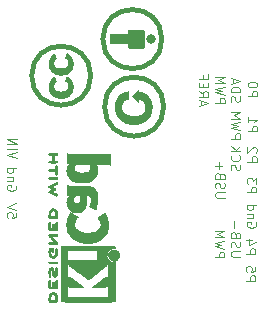
<source format=gbr>
%TF.GenerationSoftware,KiCad,Pcbnew,8.0.6*%
%TF.CreationDate,2024-12-07T20:30:03+01:00*%
%TF.ProjectId,circular PCB,63697263-756c-4617-9220-5043422e6b69,rev?*%
%TF.SameCoordinates,Original*%
%TF.FileFunction,Legend,Bot*%
%TF.FilePolarity,Positive*%
%FSLAX46Y46*%
G04 Gerber Fmt 4.6, Leading zero omitted, Abs format (unit mm)*
G04 Created by KiCad (PCBNEW 8.0.6) date 2024-12-07 20:30:03*
%MOMM*%
%LPD*%
G01*
G04 APERTURE LIST*
%ADD10C,0.100000*%
%ADD11C,0.010000*%
%ADD12C,0.400000*%
%ADD13C,0.000000*%
G04 APERTURE END LIST*
D10*
X198763104Y-73643734D02*
X199563104Y-73643734D01*
X199563104Y-73643734D02*
X199563104Y-73338972D01*
X199563104Y-73338972D02*
X199525009Y-73262782D01*
X199525009Y-73262782D02*
X199486914Y-73224687D01*
X199486914Y-73224687D02*
X199410723Y-73186591D01*
X199410723Y-73186591D02*
X199296438Y-73186591D01*
X199296438Y-73186591D02*
X199220247Y-73224687D01*
X199220247Y-73224687D02*
X199182152Y-73262782D01*
X199182152Y-73262782D02*
X199144057Y-73338972D01*
X199144057Y-73338972D02*
X199144057Y-73643734D01*
X199563104Y-72919925D02*
X198763104Y-72729449D01*
X198763104Y-72729449D02*
X199334533Y-72577068D01*
X199334533Y-72577068D02*
X198763104Y-72424687D01*
X198763104Y-72424687D02*
X199563104Y-72234211D01*
X198763104Y-71929448D02*
X199563104Y-71929448D01*
X199563104Y-71929448D02*
X198991676Y-71662782D01*
X198991676Y-71662782D02*
X199563104Y-71396115D01*
X199563104Y-71396115D02*
X198763104Y-71396115D01*
X200153104Y-63623734D02*
X200953104Y-63623734D01*
X200953104Y-63623734D02*
X200953104Y-63318972D01*
X200953104Y-63318972D02*
X200915009Y-63242782D01*
X200915009Y-63242782D02*
X200876914Y-63204687D01*
X200876914Y-63204687D02*
X200800723Y-63166591D01*
X200800723Y-63166591D02*
X200686438Y-63166591D01*
X200686438Y-63166591D02*
X200610247Y-63204687D01*
X200610247Y-63204687D02*
X200572152Y-63242782D01*
X200572152Y-63242782D02*
X200534057Y-63318972D01*
X200534057Y-63318972D02*
X200534057Y-63623734D01*
X200953104Y-62899925D02*
X200153104Y-62709449D01*
X200153104Y-62709449D02*
X200724533Y-62557068D01*
X200724533Y-62557068D02*
X200153104Y-62404687D01*
X200153104Y-62404687D02*
X200953104Y-62214211D01*
X200153104Y-61909448D02*
X200953104Y-61909448D01*
X200953104Y-61909448D02*
X200381676Y-61642782D01*
X200381676Y-61642782D02*
X200953104Y-61376115D01*
X200953104Y-61376115D02*
X200153104Y-61376115D01*
X198803104Y-60613734D02*
X199603104Y-60613734D01*
X199603104Y-60613734D02*
X199603104Y-60308972D01*
X199603104Y-60308972D02*
X199565009Y-60232782D01*
X199565009Y-60232782D02*
X199526914Y-60194687D01*
X199526914Y-60194687D02*
X199450723Y-60156591D01*
X199450723Y-60156591D02*
X199336438Y-60156591D01*
X199336438Y-60156591D02*
X199260247Y-60194687D01*
X199260247Y-60194687D02*
X199222152Y-60232782D01*
X199222152Y-60232782D02*
X199184057Y-60308972D01*
X199184057Y-60308972D02*
X199184057Y-60613734D01*
X199603104Y-59889925D02*
X198803104Y-59699449D01*
X198803104Y-59699449D02*
X199374533Y-59547068D01*
X199374533Y-59547068D02*
X198803104Y-59394687D01*
X198803104Y-59394687D02*
X199603104Y-59204211D01*
X198803104Y-58899448D02*
X199603104Y-58899448D01*
X199603104Y-58899448D02*
X199031676Y-58632782D01*
X199031676Y-58632782D02*
X199603104Y-58366115D01*
X199603104Y-58366115D02*
X198803104Y-58366115D01*
X201393104Y-73343734D02*
X202193104Y-73343734D01*
X202193104Y-73343734D02*
X202193104Y-73038972D01*
X202193104Y-73038972D02*
X202155009Y-72962782D01*
X202155009Y-72962782D02*
X202116914Y-72924687D01*
X202116914Y-72924687D02*
X202040723Y-72886591D01*
X202040723Y-72886591D02*
X201926438Y-72886591D01*
X201926438Y-72886591D02*
X201850247Y-72924687D01*
X201850247Y-72924687D02*
X201812152Y-72962782D01*
X201812152Y-72962782D02*
X201774057Y-73038972D01*
X201774057Y-73038972D02*
X201774057Y-73343734D01*
X201926438Y-72200877D02*
X201393104Y-72200877D01*
X202231200Y-72391353D02*
X201659771Y-72581830D01*
X201659771Y-72581830D02*
X201659771Y-72086591D01*
X201513104Y-65563734D02*
X202313104Y-65563734D01*
X202313104Y-65563734D02*
X202313104Y-65258972D01*
X202313104Y-65258972D02*
X202275009Y-65182782D01*
X202275009Y-65182782D02*
X202236914Y-65144687D01*
X202236914Y-65144687D02*
X202160723Y-65106591D01*
X202160723Y-65106591D02*
X202046438Y-65106591D01*
X202046438Y-65106591D02*
X201970247Y-65144687D01*
X201970247Y-65144687D02*
X201932152Y-65182782D01*
X201932152Y-65182782D02*
X201894057Y-65258972D01*
X201894057Y-65258972D02*
X201894057Y-65563734D01*
X202236914Y-64801830D02*
X202275009Y-64763734D01*
X202275009Y-64763734D02*
X202313104Y-64687544D01*
X202313104Y-64687544D02*
X202313104Y-64497068D01*
X202313104Y-64497068D02*
X202275009Y-64420877D01*
X202275009Y-64420877D02*
X202236914Y-64382782D01*
X202236914Y-64382782D02*
X202160723Y-64344687D01*
X202160723Y-64344687D02*
X202084533Y-64344687D01*
X202084533Y-64344687D02*
X201970247Y-64382782D01*
X201970247Y-64382782D02*
X201513104Y-64839925D01*
X201513104Y-64839925D02*
X201513104Y-64344687D01*
X200933104Y-73603734D02*
X200285485Y-73603734D01*
X200285485Y-73603734D02*
X200209295Y-73565639D01*
X200209295Y-73565639D02*
X200171200Y-73527544D01*
X200171200Y-73527544D02*
X200133104Y-73451353D01*
X200133104Y-73451353D02*
X200133104Y-73298972D01*
X200133104Y-73298972D02*
X200171200Y-73222782D01*
X200171200Y-73222782D02*
X200209295Y-73184687D01*
X200209295Y-73184687D02*
X200285485Y-73146591D01*
X200285485Y-73146591D02*
X200933104Y-73146591D01*
X200171200Y-72803735D02*
X200133104Y-72689449D01*
X200133104Y-72689449D02*
X200133104Y-72498973D01*
X200133104Y-72498973D02*
X200171200Y-72422782D01*
X200171200Y-72422782D02*
X200209295Y-72384687D01*
X200209295Y-72384687D02*
X200285485Y-72346592D01*
X200285485Y-72346592D02*
X200361676Y-72346592D01*
X200361676Y-72346592D02*
X200437866Y-72384687D01*
X200437866Y-72384687D02*
X200475961Y-72422782D01*
X200475961Y-72422782D02*
X200514057Y-72498973D01*
X200514057Y-72498973D02*
X200552152Y-72651354D01*
X200552152Y-72651354D02*
X200590247Y-72727544D01*
X200590247Y-72727544D02*
X200628342Y-72765639D01*
X200628342Y-72765639D02*
X200704533Y-72803735D01*
X200704533Y-72803735D02*
X200780723Y-72803735D01*
X200780723Y-72803735D02*
X200856914Y-72765639D01*
X200856914Y-72765639D02*
X200895009Y-72727544D01*
X200895009Y-72727544D02*
X200933104Y-72651354D01*
X200933104Y-72651354D02*
X200933104Y-72460877D01*
X200933104Y-72460877D02*
X200895009Y-72346592D01*
X200552152Y-71737068D02*
X200514057Y-71622782D01*
X200514057Y-71622782D02*
X200475961Y-71584687D01*
X200475961Y-71584687D02*
X200399771Y-71546591D01*
X200399771Y-71546591D02*
X200285485Y-71546591D01*
X200285485Y-71546591D02*
X200209295Y-71584687D01*
X200209295Y-71584687D02*
X200171200Y-71622782D01*
X200171200Y-71622782D02*
X200133104Y-71698972D01*
X200133104Y-71698972D02*
X200133104Y-72003734D01*
X200133104Y-72003734D02*
X200933104Y-72003734D01*
X200933104Y-72003734D02*
X200933104Y-71737068D01*
X200933104Y-71737068D02*
X200895009Y-71660877D01*
X200895009Y-71660877D02*
X200856914Y-71622782D01*
X200856914Y-71622782D02*
X200780723Y-71584687D01*
X200780723Y-71584687D02*
X200704533Y-71584687D01*
X200704533Y-71584687D02*
X200628342Y-71622782D01*
X200628342Y-71622782D02*
X200590247Y-71660877D01*
X200590247Y-71660877D02*
X200552152Y-71737068D01*
X200552152Y-71737068D02*
X200552152Y-72003734D01*
X200437866Y-71203734D02*
X200437866Y-70594211D01*
X200151200Y-60491830D02*
X200113104Y-60377544D01*
X200113104Y-60377544D02*
X200113104Y-60187068D01*
X200113104Y-60187068D02*
X200151200Y-60110877D01*
X200151200Y-60110877D02*
X200189295Y-60072782D01*
X200189295Y-60072782D02*
X200265485Y-60034687D01*
X200265485Y-60034687D02*
X200341676Y-60034687D01*
X200341676Y-60034687D02*
X200417866Y-60072782D01*
X200417866Y-60072782D02*
X200455961Y-60110877D01*
X200455961Y-60110877D02*
X200494057Y-60187068D01*
X200494057Y-60187068D02*
X200532152Y-60339449D01*
X200532152Y-60339449D02*
X200570247Y-60415639D01*
X200570247Y-60415639D02*
X200608342Y-60453734D01*
X200608342Y-60453734D02*
X200684533Y-60491830D01*
X200684533Y-60491830D02*
X200760723Y-60491830D01*
X200760723Y-60491830D02*
X200836914Y-60453734D01*
X200836914Y-60453734D02*
X200875009Y-60415639D01*
X200875009Y-60415639D02*
X200913104Y-60339449D01*
X200913104Y-60339449D02*
X200913104Y-60148972D01*
X200913104Y-60148972D02*
X200875009Y-60034687D01*
X200113104Y-59691829D02*
X200913104Y-59691829D01*
X200913104Y-59691829D02*
X200913104Y-59501353D01*
X200913104Y-59501353D02*
X200875009Y-59387067D01*
X200875009Y-59387067D02*
X200798819Y-59310877D01*
X200798819Y-59310877D02*
X200722628Y-59272782D01*
X200722628Y-59272782D02*
X200570247Y-59234686D01*
X200570247Y-59234686D02*
X200455961Y-59234686D01*
X200455961Y-59234686D02*
X200303580Y-59272782D01*
X200303580Y-59272782D02*
X200227390Y-59310877D01*
X200227390Y-59310877D02*
X200151200Y-59387067D01*
X200151200Y-59387067D02*
X200113104Y-59501353D01*
X200113104Y-59501353D02*
X200113104Y-59691829D01*
X200341676Y-58929925D02*
X200341676Y-58548972D01*
X200113104Y-59006115D02*
X200913104Y-58739448D01*
X200913104Y-58739448D02*
X200113104Y-58472782D01*
X201413104Y-75643734D02*
X202213104Y-75643734D01*
X202213104Y-75643734D02*
X202213104Y-75338972D01*
X202213104Y-75338972D02*
X202175009Y-75262782D01*
X202175009Y-75262782D02*
X202136914Y-75224687D01*
X202136914Y-75224687D02*
X202060723Y-75186591D01*
X202060723Y-75186591D02*
X201946438Y-75186591D01*
X201946438Y-75186591D02*
X201870247Y-75224687D01*
X201870247Y-75224687D02*
X201832152Y-75262782D01*
X201832152Y-75262782D02*
X201794057Y-75338972D01*
X201794057Y-75338972D02*
X201794057Y-75643734D01*
X202213104Y-74462782D02*
X202213104Y-74843734D01*
X202213104Y-74843734D02*
X201832152Y-74881830D01*
X201832152Y-74881830D02*
X201870247Y-74843734D01*
X201870247Y-74843734D02*
X201908342Y-74767544D01*
X201908342Y-74767544D02*
X201908342Y-74577068D01*
X201908342Y-74577068D02*
X201870247Y-74500877D01*
X201870247Y-74500877D02*
X201832152Y-74462782D01*
X201832152Y-74462782D02*
X201755961Y-74424687D01*
X201755961Y-74424687D02*
X201565485Y-74424687D01*
X201565485Y-74424687D02*
X201489295Y-74462782D01*
X201489295Y-74462782D02*
X201451200Y-74500877D01*
X201451200Y-74500877D02*
X201413104Y-74577068D01*
X201413104Y-74577068D02*
X201413104Y-74767544D01*
X201413104Y-74767544D02*
X201451200Y-74843734D01*
X201451200Y-74843734D02*
X201489295Y-74881830D01*
X182003104Y-65258020D02*
X181203104Y-64991353D01*
X181203104Y-64991353D02*
X182003104Y-64724687D01*
X181203104Y-64458020D02*
X182003104Y-64458020D01*
X181203104Y-64077068D02*
X182003104Y-64077068D01*
X182003104Y-64077068D02*
X181203104Y-63619925D01*
X181203104Y-63619925D02*
X182003104Y-63619925D01*
X181978104Y-69887782D02*
X181978104Y-70268734D01*
X181978104Y-70268734D02*
X181597152Y-70306830D01*
X181597152Y-70306830D02*
X181635247Y-70268734D01*
X181635247Y-70268734D02*
X181673342Y-70192544D01*
X181673342Y-70192544D02*
X181673342Y-70002068D01*
X181673342Y-70002068D02*
X181635247Y-69925877D01*
X181635247Y-69925877D02*
X181597152Y-69887782D01*
X181597152Y-69887782D02*
X181520961Y-69849687D01*
X181520961Y-69849687D02*
X181330485Y-69849687D01*
X181330485Y-69849687D02*
X181254295Y-69887782D01*
X181254295Y-69887782D02*
X181216200Y-69925877D01*
X181216200Y-69925877D02*
X181178104Y-70002068D01*
X181178104Y-70002068D02*
X181178104Y-70192544D01*
X181178104Y-70192544D02*
X181216200Y-70268734D01*
X181216200Y-70268734D02*
X181254295Y-70306830D01*
X181978104Y-69621115D02*
X181178104Y-69354448D01*
X181178104Y-69354448D02*
X181978104Y-69087782D01*
X181940009Y-67574687D02*
X181978104Y-67650877D01*
X181978104Y-67650877D02*
X181978104Y-67765163D01*
X181978104Y-67765163D02*
X181940009Y-67879449D01*
X181940009Y-67879449D02*
X181863819Y-67955639D01*
X181863819Y-67955639D02*
X181787628Y-67993734D01*
X181787628Y-67993734D02*
X181635247Y-68031830D01*
X181635247Y-68031830D02*
X181520961Y-68031830D01*
X181520961Y-68031830D02*
X181368580Y-67993734D01*
X181368580Y-67993734D02*
X181292390Y-67955639D01*
X181292390Y-67955639D02*
X181216200Y-67879449D01*
X181216200Y-67879449D02*
X181178104Y-67765163D01*
X181178104Y-67765163D02*
X181178104Y-67688972D01*
X181178104Y-67688972D02*
X181216200Y-67574687D01*
X181216200Y-67574687D02*
X181254295Y-67536591D01*
X181254295Y-67536591D02*
X181520961Y-67536591D01*
X181520961Y-67536591D02*
X181520961Y-67688972D01*
X181711438Y-67193734D02*
X181178104Y-67193734D01*
X181635247Y-67193734D02*
X181673342Y-67155639D01*
X181673342Y-67155639D02*
X181711438Y-67079449D01*
X181711438Y-67079449D02*
X181711438Y-66965163D01*
X181711438Y-66965163D02*
X181673342Y-66888972D01*
X181673342Y-66888972D02*
X181597152Y-66850877D01*
X181597152Y-66850877D02*
X181178104Y-66850877D01*
X181178104Y-66127067D02*
X181978104Y-66127067D01*
X181216200Y-66127067D02*
X181178104Y-66203258D01*
X181178104Y-66203258D02*
X181178104Y-66355639D01*
X181178104Y-66355639D02*
X181216200Y-66431829D01*
X181216200Y-66431829D02*
X181254295Y-66469924D01*
X181254295Y-66469924D02*
X181330485Y-66508020D01*
X181330485Y-66508020D02*
X181559057Y-66508020D01*
X181559057Y-66508020D02*
X181635247Y-66469924D01*
X181635247Y-66469924D02*
X181673342Y-66431829D01*
X181673342Y-66431829D02*
X181711438Y-66355639D01*
X181711438Y-66355639D02*
X181711438Y-66203258D01*
X181711438Y-66203258D02*
X181673342Y-66127067D01*
X201483104Y-68153734D02*
X202283104Y-68153734D01*
X202283104Y-68153734D02*
X202283104Y-67848972D01*
X202283104Y-67848972D02*
X202245009Y-67772782D01*
X202245009Y-67772782D02*
X202206914Y-67734687D01*
X202206914Y-67734687D02*
X202130723Y-67696591D01*
X202130723Y-67696591D02*
X202016438Y-67696591D01*
X202016438Y-67696591D02*
X201940247Y-67734687D01*
X201940247Y-67734687D02*
X201902152Y-67772782D01*
X201902152Y-67772782D02*
X201864057Y-67848972D01*
X201864057Y-67848972D02*
X201864057Y-68153734D01*
X202283104Y-67429925D02*
X202283104Y-66934687D01*
X202283104Y-66934687D02*
X201978342Y-67201353D01*
X201978342Y-67201353D02*
X201978342Y-67087068D01*
X201978342Y-67087068D02*
X201940247Y-67010877D01*
X201940247Y-67010877D02*
X201902152Y-66972782D01*
X201902152Y-66972782D02*
X201825961Y-66934687D01*
X201825961Y-66934687D02*
X201635485Y-66934687D01*
X201635485Y-66934687D02*
X201559295Y-66972782D01*
X201559295Y-66972782D02*
X201521200Y-67010877D01*
X201521200Y-67010877D02*
X201483104Y-67087068D01*
X201483104Y-67087068D02*
X201483104Y-67315639D01*
X201483104Y-67315639D02*
X201521200Y-67391830D01*
X201521200Y-67391830D02*
X201559295Y-67429925D01*
X200171200Y-66261830D02*
X200133104Y-66147544D01*
X200133104Y-66147544D02*
X200133104Y-65957068D01*
X200133104Y-65957068D02*
X200171200Y-65880877D01*
X200171200Y-65880877D02*
X200209295Y-65842782D01*
X200209295Y-65842782D02*
X200285485Y-65804687D01*
X200285485Y-65804687D02*
X200361676Y-65804687D01*
X200361676Y-65804687D02*
X200437866Y-65842782D01*
X200437866Y-65842782D02*
X200475961Y-65880877D01*
X200475961Y-65880877D02*
X200514057Y-65957068D01*
X200514057Y-65957068D02*
X200552152Y-66109449D01*
X200552152Y-66109449D02*
X200590247Y-66185639D01*
X200590247Y-66185639D02*
X200628342Y-66223734D01*
X200628342Y-66223734D02*
X200704533Y-66261830D01*
X200704533Y-66261830D02*
X200780723Y-66261830D01*
X200780723Y-66261830D02*
X200856914Y-66223734D01*
X200856914Y-66223734D02*
X200895009Y-66185639D01*
X200895009Y-66185639D02*
X200933104Y-66109449D01*
X200933104Y-66109449D02*
X200933104Y-65918972D01*
X200933104Y-65918972D02*
X200895009Y-65804687D01*
X200209295Y-65004686D02*
X200171200Y-65042782D01*
X200171200Y-65042782D02*
X200133104Y-65157067D01*
X200133104Y-65157067D02*
X200133104Y-65233258D01*
X200133104Y-65233258D02*
X200171200Y-65347544D01*
X200171200Y-65347544D02*
X200247390Y-65423734D01*
X200247390Y-65423734D02*
X200323580Y-65461829D01*
X200323580Y-65461829D02*
X200475961Y-65499925D01*
X200475961Y-65499925D02*
X200590247Y-65499925D01*
X200590247Y-65499925D02*
X200742628Y-65461829D01*
X200742628Y-65461829D02*
X200818819Y-65423734D01*
X200818819Y-65423734D02*
X200895009Y-65347544D01*
X200895009Y-65347544D02*
X200933104Y-65233258D01*
X200933104Y-65233258D02*
X200933104Y-65157067D01*
X200933104Y-65157067D02*
X200895009Y-65042782D01*
X200895009Y-65042782D02*
X200856914Y-65004686D01*
X200133104Y-64661829D02*
X200933104Y-64661829D01*
X200133104Y-64204686D02*
X200590247Y-64547544D01*
X200933104Y-64204686D02*
X200475961Y-64661829D01*
X201563104Y-62993734D02*
X202363104Y-62993734D01*
X202363104Y-62993734D02*
X202363104Y-62688972D01*
X202363104Y-62688972D02*
X202325009Y-62612782D01*
X202325009Y-62612782D02*
X202286914Y-62574687D01*
X202286914Y-62574687D02*
X202210723Y-62536591D01*
X202210723Y-62536591D02*
X202096438Y-62536591D01*
X202096438Y-62536591D02*
X202020247Y-62574687D01*
X202020247Y-62574687D02*
X201982152Y-62612782D01*
X201982152Y-62612782D02*
X201944057Y-62688972D01*
X201944057Y-62688972D02*
X201944057Y-62993734D01*
X201563104Y-61774687D02*
X201563104Y-62231830D01*
X201563104Y-62003258D02*
X202363104Y-62003258D01*
X202363104Y-62003258D02*
X202248819Y-62079449D01*
X202248819Y-62079449D02*
X202172628Y-62155639D01*
X202172628Y-62155639D02*
X202134533Y-62231830D01*
X202245009Y-70694687D02*
X202283104Y-70770877D01*
X202283104Y-70770877D02*
X202283104Y-70885163D01*
X202283104Y-70885163D02*
X202245009Y-70999449D01*
X202245009Y-70999449D02*
X202168819Y-71075639D01*
X202168819Y-71075639D02*
X202092628Y-71113734D01*
X202092628Y-71113734D02*
X201940247Y-71151830D01*
X201940247Y-71151830D02*
X201825961Y-71151830D01*
X201825961Y-71151830D02*
X201673580Y-71113734D01*
X201673580Y-71113734D02*
X201597390Y-71075639D01*
X201597390Y-71075639D02*
X201521200Y-70999449D01*
X201521200Y-70999449D02*
X201483104Y-70885163D01*
X201483104Y-70885163D02*
X201483104Y-70808972D01*
X201483104Y-70808972D02*
X201521200Y-70694687D01*
X201521200Y-70694687D02*
X201559295Y-70656591D01*
X201559295Y-70656591D02*
X201825961Y-70656591D01*
X201825961Y-70656591D02*
X201825961Y-70808972D01*
X202016438Y-70313734D02*
X201483104Y-70313734D01*
X201940247Y-70313734D02*
X201978342Y-70275639D01*
X201978342Y-70275639D02*
X202016438Y-70199449D01*
X202016438Y-70199449D02*
X202016438Y-70085163D01*
X202016438Y-70085163D02*
X201978342Y-70008972D01*
X201978342Y-70008972D02*
X201902152Y-69970877D01*
X201902152Y-69970877D02*
X201483104Y-69970877D01*
X201483104Y-69247067D02*
X202283104Y-69247067D01*
X201521200Y-69247067D02*
X201483104Y-69323258D01*
X201483104Y-69323258D02*
X201483104Y-69475639D01*
X201483104Y-69475639D02*
X201521200Y-69551829D01*
X201521200Y-69551829D02*
X201559295Y-69589924D01*
X201559295Y-69589924D02*
X201635485Y-69628020D01*
X201635485Y-69628020D02*
X201864057Y-69628020D01*
X201864057Y-69628020D02*
X201940247Y-69589924D01*
X201940247Y-69589924D02*
X201978342Y-69551829D01*
X201978342Y-69551829D02*
X202016438Y-69475639D01*
X202016438Y-69475639D02*
X202016438Y-69323258D01*
X202016438Y-69323258D02*
X201978342Y-69247067D01*
X201573104Y-60033734D02*
X202373104Y-60033734D01*
X202373104Y-60033734D02*
X202373104Y-59728972D01*
X202373104Y-59728972D02*
X202335009Y-59652782D01*
X202335009Y-59652782D02*
X202296914Y-59614687D01*
X202296914Y-59614687D02*
X202220723Y-59576591D01*
X202220723Y-59576591D02*
X202106438Y-59576591D01*
X202106438Y-59576591D02*
X202030247Y-59614687D01*
X202030247Y-59614687D02*
X201992152Y-59652782D01*
X201992152Y-59652782D02*
X201954057Y-59728972D01*
X201954057Y-59728972D02*
X201954057Y-60033734D01*
X202373104Y-59081353D02*
X202373104Y-59005163D01*
X202373104Y-59005163D02*
X202335009Y-58928972D01*
X202335009Y-58928972D02*
X202296914Y-58890877D01*
X202296914Y-58890877D02*
X202220723Y-58852782D01*
X202220723Y-58852782D02*
X202068342Y-58814687D01*
X202068342Y-58814687D02*
X201877866Y-58814687D01*
X201877866Y-58814687D02*
X201725485Y-58852782D01*
X201725485Y-58852782D02*
X201649295Y-58890877D01*
X201649295Y-58890877D02*
X201611200Y-58928972D01*
X201611200Y-58928972D02*
X201573104Y-59005163D01*
X201573104Y-59005163D02*
X201573104Y-59081353D01*
X201573104Y-59081353D02*
X201611200Y-59157544D01*
X201611200Y-59157544D02*
X201649295Y-59195639D01*
X201649295Y-59195639D02*
X201725485Y-59233734D01*
X201725485Y-59233734D02*
X201877866Y-59271830D01*
X201877866Y-59271830D02*
X202068342Y-59271830D01*
X202068342Y-59271830D02*
X202220723Y-59233734D01*
X202220723Y-59233734D02*
X202296914Y-59195639D01*
X202296914Y-59195639D02*
X202335009Y-59157544D01*
X202335009Y-59157544D02*
X202373104Y-59081353D01*
X197631676Y-60771830D02*
X197631676Y-60390877D01*
X197403104Y-60848020D02*
X198203104Y-60581353D01*
X198203104Y-60581353D02*
X197403104Y-60314687D01*
X197403104Y-59590877D02*
X197784057Y-59857544D01*
X197403104Y-60048020D02*
X198203104Y-60048020D01*
X198203104Y-60048020D02*
X198203104Y-59743258D01*
X198203104Y-59743258D02*
X198165009Y-59667068D01*
X198165009Y-59667068D02*
X198126914Y-59628973D01*
X198126914Y-59628973D02*
X198050723Y-59590877D01*
X198050723Y-59590877D02*
X197936438Y-59590877D01*
X197936438Y-59590877D02*
X197860247Y-59628973D01*
X197860247Y-59628973D02*
X197822152Y-59667068D01*
X197822152Y-59667068D02*
X197784057Y-59743258D01*
X197784057Y-59743258D02*
X197784057Y-60048020D01*
X197822152Y-59248020D02*
X197822152Y-58981354D01*
X197403104Y-58867068D02*
X197403104Y-59248020D01*
X197403104Y-59248020D02*
X198203104Y-59248020D01*
X198203104Y-59248020D02*
X198203104Y-58867068D01*
X197822152Y-58257544D02*
X197822152Y-58524210D01*
X197403104Y-58524210D02*
X198203104Y-58524210D01*
X198203104Y-58524210D02*
X198203104Y-58143258D01*
X199603104Y-68593734D02*
X198955485Y-68593734D01*
X198955485Y-68593734D02*
X198879295Y-68555639D01*
X198879295Y-68555639D02*
X198841200Y-68517544D01*
X198841200Y-68517544D02*
X198803104Y-68441353D01*
X198803104Y-68441353D02*
X198803104Y-68288972D01*
X198803104Y-68288972D02*
X198841200Y-68212782D01*
X198841200Y-68212782D02*
X198879295Y-68174687D01*
X198879295Y-68174687D02*
X198955485Y-68136591D01*
X198955485Y-68136591D02*
X199603104Y-68136591D01*
X198841200Y-67793735D02*
X198803104Y-67679449D01*
X198803104Y-67679449D02*
X198803104Y-67488973D01*
X198803104Y-67488973D02*
X198841200Y-67412782D01*
X198841200Y-67412782D02*
X198879295Y-67374687D01*
X198879295Y-67374687D02*
X198955485Y-67336592D01*
X198955485Y-67336592D02*
X199031676Y-67336592D01*
X199031676Y-67336592D02*
X199107866Y-67374687D01*
X199107866Y-67374687D02*
X199145961Y-67412782D01*
X199145961Y-67412782D02*
X199184057Y-67488973D01*
X199184057Y-67488973D02*
X199222152Y-67641354D01*
X199222152Y-67641354D02*
X199260247Y-67717544D01*
X199260247Y-67717544D02*
X199298342Y-67755639D01*
X199298342Y-67755639D02*
X199374533Y-67793735D01*
X199374533Y-67793735D02*
X199450723Y-67793735D01*
X199450723Y-67793735D02*
X199526914Y-67755639D01*
X199526914Y-67755639D02*
X199565009Y-67717544D01*
X199565009Y-67717544D02*
X199603104Y-67641354D01*
X199603104Y-67641354D02*
X199603104Y-67450877D01*
X199603104Y-67450877D02*
X199565009Y-67336592D01*
X199222152Y-66727068D02*
X199184057Y-66612782D01*
X199184057Y-66612782D02*
X199145961Y-66574687D01*
X199145961Y-66574687D02*
X199069771Y-66536591D01*
X199069771Y-66536591D02*
X198955485Y-66536591D01*
X198955485Y-66536591D02*
X198879295Y-66574687D01*
X198879295Y-66574687D02*
X198841200Y-66612782D01*
X198841200Y-66612782D02*
X198803104Y-66688972D01*
X198803104Y-66688972D02*
X198803104Y-66993734D01*
X198803104Y-66993734D02*
X199603104Y-66993734D01*
X199603104Y-66993734D02*
X199603104Y-66727068D01*
X199603104Y-66727068D02*
X199565009Y-66650877D01*
X199565009Y-66650877D02*
X199526914Y-66612782D01*
X199526914Y-66612782D02*
X199450723Y-66574687D01*
X199450723Y-66574687D02*
X199374533Y-66574687D01*
X199374533Y-66574687D02*
X199298342Y-66612782D01*
X199298342Y-66612782D02*
X199260247Y-66650877D01*
X199260247Y-66650877D02*
X199222152Y-66727068D01*
X199222152Y-66727068D02*
X199222152Y-66993734D01*
X199107866Y-66193734D02*
X199107866Y-65584211D01*
X198803104Y-65888972D02*
X199412628Y-65888972D01*
D11*
%TO.C,REF\u002A\u002A*%
X185409353Y-66912673D02*
X185424123Y-66936386D01*
X185430933Y-66959400D01*
X185425051Y-66980406D01*
X185409353Y-67006127D01*
X185387773Y-67032778D01*
X184740316Y-67032778D01*
X184718736Y-67006127D01*
X184701261Y-66974767D01*
X184700425Y-66938966D01*
X184720918Y-66907528D01*
X184725584Y-66903652D01*
X184735051Y-66898186D01*
X184748733Y-66893979D01*
X184769252Y-66890867D01*
X184799232Y-66888687D01*
X184841296Y-66887276D01*
X184898068Y-66886471D01*
X184972170Y-66886107D01*
X185066227Y-66886022D01*
X185387773Y-66886022D01*
X185409353Y-66912673D01*
G36*
X185409353Y-66912673D02*
G01*
X185424123Y-66936386D01*
X185430933Y-66959400D01*
X185425051Y-66980406D01*
X185409353Y-67006127D01*
X185387773Y-67032778D01*
X184740316Y-67032778D01*
X184718736Y-67006127D01*
X184701261Y-66974767D01*
X184700425Y-66938966D01*
X184720918Y-66907528D01*
X184725584Y-66903652D01*
X184735051Y-66898186D01*
X184748733Y-66893979D01*
X184769252Y-66890867D01*
X184799232Y-66888687D01*
X184841296Y-66887276D01*
X184898068Y-66886471D01*
X184972170Y-66886107D01*
X185066227Y-66886022D01*
X185387773Y-66886022D01*
X185409353Y-66912673D01*
G37*
X185139706Y-74026284D02*
X185217615Y-74026539D01*
X185277625Y-74027183D01*
X185322352Y-74028387D01*
X185354415Y-74030324D01*
X185376429Y-74033164D01*
X185391013Y-74037079D01*
X185400782Y-74042242D01*
X185408355Y-74048822D01*
X185427377Y-74078006D01*
X185426537Y-74111137D01*
X185403224Y-74145291D01*
X185375515Y-74173000D01*
X185062463Y-74173000D01*
X184978433Y-74172959D01*
X184904211Y-74172701D01*
X184847459Y-74172030D01*
X184805488Y-74170752D01*
X184775611Y-74168673D01*
X184755139Y-74165599D01*
X184741386Y-74161334D01*
X184731663Y-74155684D01*
X184723283Y-74148455D01*
X184701819Y-74116991D01*
X184700053Y-74081826D01*
X184719733Y-74048822D01*
X184725602Y-74043516D01*
X184734686Y-74038066D01*
X184748027Y-74033900D01*
X184768243Y-74030846D01*
X184797951Y-74028732D01*
X184839768Y-74027386D01*
X184896311Y-74026638D01*
X184970198Y-74026314D01*
X185064044Y-74026245D01*
X185139706Y-74026284D01*
G36*
X185139706Y-74026284D02*
G01*
X185217615Y-74026539D01*
X185277625Y-74027183D01*
X185322352Y-74028387D01*
X185354415Y-74030324D01*
X185376429Y-74033164D01*
X185391013Y-74037079D01*
X185400782Y-74042242D01*
X185408355Y-74048822D01*
X185427377Y-74078006D01*
X185426537Y-74111137D01*
X185403224Y-74145291D01*
X185375515Y-74173000D01*
X185062463Y-74173000D01*
X184978433Y-74172959D01*
X184904211Y-74172701D01*
X184847459Y-74172030D01*
X184805488Y-74170752D01*
X184775611Y-74168673D01*
X184755139Y-74165599D01*
X184741386Y-74161334D01*
X184731663Y-74155684D01*
X184723283Y-74148455D01*
X184701819Y-74116991D01*
X184700053Y-74081826D01*
X184719733Y-74048822D01*
X184725602Y-74043516D01*
X184734686Y-74038066D01*
X184748027Y-74033900D01*
X184768243Y-74030846D01*
X184797951Y-74028732D01*
X184839768Y-74027386D01*
X184896311Y-74026638D01*
X184970198Y-74026314D01*
X185064044Y-74026245D01*
X185139706Y-74026284D01*
G37*
X190286470Y-73008136D02*
X190382780Y-73034399D01*
X190471506Y-73079418D01*
X190546581Y-73140373D01*
X190606359Y-73215184D01*
X190649191Y-73301768D01*
X190673429Y-73398043D01*
X190677424Y-73501928D01*
X190667150Y-73579562D01*
X190639947Y-73662313D01*
X190594516Y-73737406D01*
X190528698Y-73809298D01*
X190484433Y-73847846D01*
X190426039Y-73887256D01*
X190365414Y-73912446D01*
X190296135Y-73925861D01*
X190211778Y-73929948D01*
X190165693Y-73929669D01*
X190124550Y-73927460D01*
X190092418Y-73921894D01*
X190061878Y-73911586D01*
X190025511Y-73895148D01*
X189998272Y-73881200D01*
X189912571Y-73822665D01*
X189843383Y-73750619D01*
X189792259Y-73666947D01*
X189760750Y-73573531D01*
X189753775Y-73540434D01*
X189746906Y-73499960D01*
X189745081Y-73466999D01*
X189748053Y-73432698D01*
X189755574Y-73388200D01*
X189767998Y-73336934D01*
X189805888Y-73246434D01*
X189860164Y-73167345D01*
X189928230Y-73101528D01*
X190007489Y-73050840D01*
X190095346Y-73017140D01*
X190189205Y-73002286D01*
X190286470Y-73008136D01*
G36*
X190286470Y-73008136D02*
G01*
X190382780Y-73034399D01*
X190471506Y-73079418D01*
X190546581Y-73140373D01*
X190606359Y-73215184D01*
X190649191Y-73301768D01*
X190673429Y-73398043D01*
X190677424Y-73501928D01*
X190667150Y-73579562D01*
X190639947Y-73662313D01*
X190594516Y-73737406D01*
X190528698Y-73809298D01*
X190484433Y-73847846D01*
X190426039Y-73887256D01*
X190365414Y-73912446D01*
X190296135Y-73925861D01*
X190211778Y-73929948D01*
X190165693Y-73929669D01*
X190124550Y-73927460D01*
X190092418Y-73921894D01*
X190061878Y-73911586D01*
X190025511Y-73895148D01*
X189998272Y-73881200D01*
X189912571Y-73822665D01*
X189843383Y-73750619D01*
X189792259Y-73666947D01*
X189760750Y-73573531D01*
X189753775Y-73540434D01*
X189746906Y-73499960D01*
X189745081Y-73466999D01*
X189748053Y-73432698D01*
X189755574Y-73388200D01*
X189767998Y-73336934D01*
X189805888Y-73246434D01*
X189860164Y-73167345D01*
X189928230Y-73101528D01*
X190007489Y-73050840D01*
X190095346Y-73017140D01*
X190189205Y-73002286D01*
X190286470Y-73008136D01*
G37*
X185378642Y-65863543D02*
X185411178Y-65889187D01*
X185414895Y-65894129D01*
X185419731Y-65904338D01*
X185423494Y-65919764D01*
X185426317Y-65942886D01*
X185428330Y-65976183D01*
X185429667Y-66022137D01*
X185430458Y-66083228D01*
X185430837Y-66161935D01*
X185430933Y-66260740D01*
X185430932Y-66280767D01*
X185430842Y-66374890D01*
X185430502Y-66449405D01*
X185429761Y-66506811D01*
X185428465Y-66549611D01*
X185426463Y-66580304D01*
X185423604Y-66601391D01*
X185419734Y-66615373D01*
X185414702Y-66624750D01*
X185408355Y-66632022D01*
X185375638Y-66650828D01*
X185338061Y-66652275D01*
X185304822Y-66635917D01*
X185303369Y-66634557D01*
X185295008Y-66623354D01*
X185289453Y-66606252D01*
X185286160Y-66579082D01*
X185284582Y-66537678D01*
X185284178Y-66477873D01*
X185284178Y-66338511D01*
X185020411Y-66338511D01*
X184944583Y-66338436D01*
X184877917Y-66338028D01*
X184828133Y-66337046D01*
X184792216Y-66335250D01*
X184767150Y-66332399D01*
X184749919Y-66328253D01*
X184737508Y-66322571D01*
X184726900Y-66315114D01*
X184724094Y-66312824D01*
X184701452Y-66281646D01*
X184699888Y-66247266D01*
X184719733Y-66214334D01*
X184727809Y-66207355D01*
X184738407Y-66201883D01*
X184754251Y-66197863D01*
X184778227Y-66195072D01*
X184813226Y-66193288D01*
X184862136Y-66192289D01*
X184927846Y-66191852D01*
X185013244Y-66191756D01*
X185284178Y-66191756D01*
X185284178Y-66045820D01*
X185284179Y-66034720D01*
X185284404Y-65978202D01*
X185285543Y-65939358D01*
X185288343Y-65913965D01*
X185293550Y-65897804D01*
X185301911Y-65886652D01*
X185314174Y-65876289D01*
X185344862Y-65860441D01*
X185378642Y-65863543D01*
G36*
X185378642Y-65863543D02*
G01*
X185411178Y-65889187D01*
X185414895Y-65894129D01*
X185419731Y-65904338D01*
X185423494Y-65919764D01*
X185426317Y-65942886D01*
X185428330Y-65976183D01*
X185429667Y-66022137D01*
X185430458Y-66083228D01*
X185430837Y-66161935D01*
X185430933Y-66260740D01*
X185430932Y-66280767D01*
X185430842Y-66374890D01*
X185430502Y-66449405D01*
X185429761Y-66506811D01*
X185428465Y-66549611D01*
X185426463Y-66580304D01*
X185423604Y-66601391D01*
X185419734Y-66615373D01*
X185414702Y-66624750D01*
X185408355Y-66632022D01*
X185375638Y-66650828D01*
X185338061Y-66652275D01*
X185304822Y-66635917D01*
X185303369Y-66634557D01*
X185295008Y-66623354D01*
X185289453Y-66606252D01*
X185286160Y-66579082D01*
X185284582Y-66537678D01*
X185284178Y-66477873D01*
X185284178Y-66338511D01*
X185020411Y-66338511D01*
X184944583Y-66338436D01*
X184877917Y-66338028D01*
X184828133Y-66337046D01*
X184792216Y-66335250D01*
X184767150Y-66332399D01*
X184749919Y-66328253D01*
X184737508Y-66322571D01*
X184726900Y-66315114D01*
X184724094Y-66312824D01*
X184701452Y-66281646D01*
X184699888Y-66247266D01*
X184719733Y-66214334D01*
X184727809Y-66207355D01*
X184738407Y-66201883D01*
X184754251Y-66197863D01*
X184778227Y-66195072D01*
X184813226Y-66193288D01*
X184862136Y-66192289D01*
X184927846Y-66191852D01*
X185013244Y-66191756D01*
X185284178Y-66191756D01*
X185284178Y-66045820D01*
X185284179Y-66034720D01*
X185284404Y-65978202D01*
X185285543Y-65939358D01*
X185288343Y-65913965D01*
X185293550Y-65897804D01*
X185301911Y-65886652D01*
X185314174Y-65876289D01*
X185344862Y-65860441D01*
X185378642Y-65863543D01*
G37*
X185403224Y-64864798D02*
X185425467Y-64896177D01*
X185428156Y-64929406D01*
X185408355Y-64961267D01*
X185398585Y-64969553D01*
X185382693Y-64976965D01*
X185358725Y-64981302D01*
X185321852Y-64983338D01*
X185267244Y-64983845D01*
X185148711Y-64983845D01*
X185148711Y-65480556D01*
X185264224Y-65480556D01*
X185315922Y-65480994D01*
X185350446Y-65482958D01*
X185373022Y-65487474D01*
X185388874Y-65495567D01*
X185403224Y-65508265D01*
X185425467Y-65539643D01*
X185428156Y-65572872D01*
X185408355Y-65604734D01*
X185402165Y-65610366D01*
X185393959Y-65615456D01*
X185382183Y-65619543D01*
X185364724Y-65622721D01*
X185339470Y-65625087D01*
X185304310Y-65626738D01*
X185257131Y-65627769D01*
X185195823Y-65628277D01*
X185118273Y-65628359D01*
X185022369Y-65628109D01*
X184906000Y-65627625D01*
X184891825Y-65627557D01*
X184830063Y-65626971D01*
X184786380Y-65625648D01*
X184756999Y-65623103D01*
X184738145Y-65618848D01*
X184726041Y-65612396D01*
X184716911Y-65603262D01*
X184699494Y-65569804D01*
X184702396Y-65534856D01*
X184726900Y-65503953D01*
X184740103Y-65494944D01*
X184758639Y-65487492D01*
X184784667Y-65483124D01*
X184823213Y-65481069D01*
X184879300Y-65480556D01*
X185001955Y-65480556D01*
X185001955Y-64983845D01*
X184867129Y-64983845D01*
X184831338Y-64983772D01*
X184785008Y-64983009D01*
X184754474Y-64980833D01*
X184735443Y-64976536D01*
X184723626Y-64969412D01*
X184714729Y-64958755D01*
X184699659Y-64926504D01*
X184702327Y-64891217D01*
X184726900Y-64860486D01*
X184733155Y-64855831D01*
X184743679Y-64849895D01*
X184757609Y-64845364D01*
X184777683Y-64842048D01*
X184806640Y-64839759D01*
X184847220Y-64838308D01*
X184902160Y-64837505D01*
X184974201Y-64837162D01*
X185066080Y-64837089D01*
X185375515Y-64837089D01*
X185403224Y-64864798D01*
G36*
X185403224Y-64864798D02*
G01*
X185425467Y-64896177D01*
X185428156Y-64929406D01*
X185408355Y-64961267D01*
X185398585Y-64969553D01*
X185382693Y-64976965D01*
X185358725Y-64981302D01*
X185321852Y-64983338D01*
X185267244Y-64983845D01*
X185148711Y-64983845D01*
X185148711Y-65480556D01*
X185264224Y-65480556D01*
X185315922Y-65480994D01*
X185350446Y-65482958D01*
X185373022Y-65487474D01*
X185388874Y-65495567D01*
X185403224Y-65508265D01*
X185425467Y-65539643D01*
X185428156Y-65572872D01*
X185408355Y-65604734D01*
X185402165Y-65610366D01*
X185393959Y-65615456D01*
X185382183Y-65619543D01*
X185364724Y-65622721D01*
X185339470Y-65625087D01*
X185304310Y-65626738D01*
X185257131Y-65627769D01*
X185195823Y-65628277D01*
X185118273Y-65628359D01*
X185022369Y-65628109D01*
X184906000Y-65627625D01*
X184891825Y-65627557D01*
X184830063Y-65626971D01*
X184786380Y-65625648D01*
X184756999Y-65623103D01*
X184738145Y-65618848D01*
X184726041Y-65612396D01*
X184716911Y-65603262D01*
X184699494Y-65569804D01*
X184702396Y-65534856D01*
X184726900Y-65503953D01*
X184740103Y-65494944D01*
X184758639Y-65487492D01*
X184784667Y-65483124D01*
X184823213Y-65481069D01*
X184879300Y-65480556D01*
X185001955Y-65480556D01*
X185001955Y-64983845D01*
X184867129Y-64983845D01*
X184831338Y-64983772D01*
X184785008Y-64983009D01*
X184754474Y-64980833D01*
X184735443Y-64976536D01*
X184723626Y-64969412D01*
X184714729Y-64958755D01*
X184699659Y-64926504D01*
X184702327Y-64891217D01*
X184726900Y-64860486D01*
X184733155Y-64855831D01*
X184743679Y-64849895D01*
X184757609Y-64845364D01*
X184777683Y-64842048D01*
X184806640Y-64839759D01*
X184847220Y-64838308D01*
X184902160Y-64837505D01*
X184974201Y-64837162D01*
X185066080Y-64837089D01*
X185375515Y-64837089D01*
X185403224Y-64864798D01*
G37*
X185122517Y-69520399D02*
X185184649Y-69544541D01*
X185186342Y-69545337D01*
X185255764Y-69585788D01*
X185312362Y-69636473D01*
X185356930Y-69699198D01*
X185390259Y-69775774D01*
X185413139Y-69868009D01*
X185426364Y-69977712D01*
X185430725Y-70106691D01*
X185430730Y-70110263D01*
X185430590Y-70170283D01*
X185429554Y-70212214D01*
X185426960Y-70240328D01*
X185422147Y-70258897D01*
X185414456Y-70272194D01*
X185403224Y-70284491D01*
X185375515Y-70312200D01*
X185066080Y-70312200D01*
X185004474Y-70312175D01*
X184925689Y-70311950D01*
X184864979Y-70311332D01*
X184843911Y-70310775D01*
X184819604Y-70310133D01*
X184786825Y-70308163D01*
X184763905Y-70305235D01*
X184748103Y-70301158D01*
X184736681Y-70295743D01*
X184726900Y-70288803D01*
X184697155Y-70265406D01*
X184697749Y-70099714D01*
X184698047Y-70064918D01*
X184698209Y-70060274D01*
X184843911Y-70060274D01*
X184843911Y-70154156D01*
X185284178Y-70154156D01*
X185283730Y-70066667D01*
X185281254Y-69999747D01*
X185270002Y-69907349D01*
X185250463Y-69828034D01*
X185223489Y-69766060D01*
X185202760Y-69735120D01*
X185172994Y-69707000D01*
X185130566Y-69683660D01*
X185114600Y-69676533D01*
X185082098Y-69664709D01*
X185057667Y-69662279D01*
X185032939Y-69667892D01*
X185017061Y-69673618D01*
X184957153Y-69706548D01*
X184911400Y-69753886D01*
X184878264Y-69817652D01*
X184856210Y-69899861D01*
X184855708Y-69902655D01*
X184849745Y-69948940D01*
X184845517Y-70005336D01*
X184843911Y-70060274D01*
X184698209Y-70060274D01*
X184701478Y-69966435D01*
X184709161Y-69885473D01*
X184721718Y-69818379D01*
X184739773Y-69761496D01*
X184763948Y-69711169D01*
X184765865Y-69707810D01*
X184802583Y-69649998D01*
X184839549Y-69607644D01*
X184883034Y-69574828D01*
X184939311Y-69545628D01*
X184948927Y-69541346D01*
X185012113Y-69518769D01*
X185067491Y-69511797D01*
X185122517Y-69520399D01*
G36*
X185122517Y-69520399D02*
G01*
X185184649Y-69544541D01*
X185186342Y-69545337D01*
X185255764Y-69585788D01*
X185312362Y-69636473D01*
X185356930Y-69699198D01*
X185390259Y-69775774D01*
X185413139Y-69868009D01*
X185426364Y-69977712D01*
X185430725Y-70106691D01*
X185430730Y-70110263D01*
X185430590Y-70170283D01*
X185429554Y-70212214D01*
X185426960Y-70240328D01*
X185422147Y-70258897D01*
X185414456Y-70272194D01*
X185403224Y-70284491D01*
X185375515Y-70312200D01*
X185066080Y-70312200D01*
X185004474Y-70312175D01*
X184925689Y-70311950D01*
X184864979Y-70311332D01*
X184843911Y-70310775D01*
X184819604Y-70310133D01*
X184786825Y-70308163D01*
X184763905Y-70305235D01*
X184748103Y-70301158D01*
X184736681Y-70295743D01*
X184726900Y-70288803D01*
X184697155Y-70265406D01*
X184697749Y-70099714D01*
X184698047Y-70064918D01*
X184698209Y-70060274D01*
X184843911Y-70060274D01*
X184843911Y-70154156D01*
X185284178Y-70154156D01*
X185283730Y-70066667D01*
X185281254Y-69999747D01*
X185270002Y-69907349D01*
X185250463Y-69828034D01*
X185223489Y-69766060D01*
X185202760Y-69735120D01*
X185172994Y-69707000D01*
X185130566Y-69683660D01*
X185114600Y-69676533D01*
X185082098Y-69664709D01*
X185057667Y-69662279D01*
X185032939Y-69667892D01*
X185017061Y-69673618D01*
X184957153Y-69706548D01*
X184911400Y-69753886D01*
X184878264Y-69817652D01*
X184856210Y-69899861D01*
X184855708Y-69902655D01*
X184849745Y-69948940D01*
X184845517Y-70005336D01*
X184843911Y-70060274D01*
X184698209Y-70060274D01*
X184701478Y-69966435D01*
X184709161Y-69885473D01*
X184721718Y-69818379D01*
X184739773Y-69761496D01*
X184763948Y-69711169D01*
X184765865Y-69707810D01*
X184802583Y-69649998D01*
X184839549Y-69607644D01*
X184883034Y-69574828D01*
X184939311Y-69545628D01*
X184948927Y-69541346D01*
X185012113Y-69518769D01*
X185067491Y-69511797D01*
X185122517Y-69520399D01*
G37*
X185085261Y-76612679D02*
X185142677Y-76624991D01*
X185202587Y-76647520D01*
X185256637Y-76676750D01*
X185296468Y-76709167D01*
X185313490Y-76728708D01*
X185352678Y-76783420D01*
X185382807Y-76843723D01*
X185404768Y-76912919D01*
X185419450Y-76994311D01*
X185427741Y-77091200D01*
X185430533Y-77206889D01*
X185430934Y-77246371D01*
X185431347Y-77292082D01*
X185429543Y-77327883D01*
X185423261Y-77354974D01*
X185410241Y-77374556D01*
X185388222Y-77387830D01*
X185354945Y-77395998D01*
X185308149Y-77400260D01*
X185284178Y-77400857D01*
X185245573Y-77401817D01*
X185164959Y-77401870D01*
X185064044Y-77401622D01*
X184988383Y-77401583D01*
X184910474Y-77401328D01*
X184850464Y-77400684D01*
X184805736Y-77399480D01*
X184773674Y-77397543D01*
X184751660Y-77394703D01*
X184737076Y-77390788D01*
X184727306Y-77385626D01*
X184719733Y-77379045D01*
X184713499Y-77372077D01*
X184706199Y-77359079D01*
X184701446Y-77339931D01*
X184698708Y-77310528D01*
X184697455Y-77266762D01*
X184697398Y-77254867D01*
X184843911Y-77254867D01*
X185284178Y-77254867D01*
X185284192Y-77178667D01*
X185284183Y-77175639D01*
X185282218Y-77124519D01*
X185277493Y-77064416D01*
X185270965Y-77007708D01*
X185261669Y-76957750D01*
X185235400Y-76882998D01*
X185196101Y-76825489D01*
X185143067Y-76783988D01*
X185091800Y-76762771D01*
X185043974Y-76761353D01*
X184993039Y-76779635D01*
X184947122Y-76809305D01*
X184904713Y-76856002D01*
X184874910Y-76917392D01*
X184855774Y-76996538D01*
X184855536Y-76998028D01*
X184849744Y-77046999D01*
X184845604Y-77105693D01*
X184843996Y-77161734D01*
X184843911Y-77254867D01*
X184697398Y-77254867D01*
X184697155Y-77204528D01*
X184697531Y-77155582D01*
X184701959Y-77048722D01*
X184712047Y-76959494D01*
X184728635Y-76884696D01*
X184752565Y-76821125D01*
X184784679Y-76765579D01*
X184825818Y-76714854D01*
X184831670Y-76708866D01*
X184880179Y-76671999D01*
X184940987Y-76640899D01*
X185005231Y-76619417D01*
X185064044Y-76611400D01*
X185085261Y-76612679D01*
G36*
X185085261Y-76612679D02*
G01*
X185142677Y-76624991D01*
X185202587Y-76647520D01*
X185256637Y-76676750D01*
X185296468Y-76709167D01*
X185313490Y-76728708D01*
X185352678Y-76783420D01*
X185382807Y-76843723D01*
X185404768Y-76912919D01*
X185419450Y-76994311D01*
X185427741Y-77091200D01*
X185430533Y-77206889D01*
X185430934Y-77246371D01*
X185431347Y-77292082D01*
X185429543Y-77327883D01*
X185423261Y-77354974D01*
X185410241Y-77374556D01*
X185388222Y-77387830D01*
X185354945Y-77395998D01*
X185308149Y-77400260D01*
X185284178Y-77400857D01*
X185245573Y-77401817D01*
X185164959Y-77401870D01*
X185064044Y-77401622D01*
X184988383Y-77401583D01*
X184910474Y-77401328D01*
X184850464Y-77400684D01*
X184805736Y-77399480D01*
X184773674Y-77397543D01*
X184751660Y-77394703D01*
X184737076Y-77390788D01*
X184727306Y-77385626D01*
X184719733Y-77379045D01*
X184713499Y-77372077D01*
X184706199Y-77359079D01*
X184701446Y-77339931D01*
X184698708Y-77310528D01*
X184697455Y-77266762D01*
X184697398Y-77254867D01*
X184843911Y-77254867D01*
X185284178Y-77254867D01*
X185284192Y-77178667D01*
X185284183Y-77175639D01*
X185282218Y-77124519D01*
X185277493Y-77064416D01*
X185270965Y-77007708D01*
X185261669Y-76957750D01*
X185235400Y-76882998D01*
X185196101Y-76825489D01*
X185143067Y-76783988D01*
X185091800Y-76762771D01*
X185043974Y-76761353D01*
X184993039Y-76779635D01*
X184947122Y-76809305D01*
X184904713Y-76856002D01*
X184874910Y-76917392D01*
X184855774Y-76996538D01*
X184855536Y-76998028D01*
X184849744Y-77046999D01*
X184845604Y-77105693D01*
X184843996Y-77161734D01*
X184843911Y-77254867D01*
X184697398Y-77254867D01*
X184697155Y-77204528D01*
X184697531Y-77155582D01*
X184701959Y-77048722D01*
X184712047Y-76959494D01*
X184728635Y-76884696D01*
X184752565Y-76821125D01*
X184784679Y-76765579D01*
X184825818Y-76714854D01*
X184831670Y-76708866D01*
X184880179Y-76671999D01*
X184940987Y-76640899D01*
X185005231Y-76619417D01*
X185064044Y-76611400D01*
X185085261Y-76612679D01*
G37*
X184980221Y-71713435D02*
X185072849Y-71714352D01*
X185387801Y-71717667D01*
X185409367Y-71744318D01*
X185425559Y-71770383D01*
X185428330Y-71803241D01*
X185409377Y-71837772D01*
X185405792Y-71842084D01*
X185397263Y-71850216D01*
X185385671Y-71856245D01*
X185367765Y-71860606D01*
X185340294Y-71863734D01*
X185300006Y-71866063D01*
X185243649Y-71868029D01*
X185167971Y-71870067D01*
X184948122Y-71875711D01*
X185111916Y-72056334D01*
X185190549Y-72143072D01*
X185258942Y-72218843D01*
X185314292Y-72280980D01*
X185357662Y-72331078D01*
X185390119Y-72370735D01*
X185412727Y-72401548D01*
X185426552Y-72425114D01*
X185432657Y-72443030D01*
X185432108Y-72456893D01*
X185425971Y-72468301D01*
X185415309Y-72478850D01*
X185401189Y-72490136D01*
X185395228Y-72494589D01*
X185384732Y-72500588D01*
X185370907Y-72505167D01*
X185351002Y-72508519D01*
X185322268Y-72510833D01*
X185281955Y-72512301D01*
X185227313Y-72513113D01*
X185155593Y-72513460D01*
X185064044Y-72513534D01*
X185005514Y-72513511D01*
X184926427Y-72513292D01*
X184865484Y-72512683D01*
X184819938Y-72511492D01*
X184787037Y-72509529D01*
X184764032Y-72506603D01*
X184748174Y-72502523D01*
X184736714Y-72497097D01*
X184726900Y-72490136D01*
X184702507Y-72459708D01*
X184699628Y-72424765D01*
X184718718Y-72387784D01*
X184722193Y-72383600D01*
X184730721Y-72375424D01*
X184742272Y-72369364D01*
X184760104Y-72364981D01*
X184787476Y-72361839D01*
X184827646Y-72359502D01*
X184883872Y-72357531D01*
X184959411Y-72355489D01*
X185178542Y-72349845D01*
X184937901Y-72084556D01*
X184871125Y-72010722D01*
X184813009Y-71945542D01*
X184768051Y-71893348D01*
X184735129Y-71852273D01*
X184713121Y-71820455D01*
X184700906Y-71796026D01*
X184697361Y-71777124D01*
X184701364Y-71761883D01*
X184711793Y-71748439D01*
X184727526Y-71734927D01*
X184736009Y-71728682D01*
X184746587Y-71723050D01*
X184760745Y-71718839D01*
X184781197Y-71715887D01*
X184810658Y-71714032D01*
X184851839Y-71713113D01*
X184907456Y-71712968D01*
X184980221Y-71713435D01*
G36*
X184980221Y-71713435D02*
G01*
X185072849Y-71714352D01*
X185387801Y-71717667D01*
X185409367Y-71744318D01*
X185425559Y-71770383D01*
X185428330Y-71803241D01*
X185409377Y-71837772D01*
X185405792Y-71842084D01*
X185397263Y-71850216D01*
X185385671Y-71856245D01*
X185367765Y-71860606D01*
X185340294Y-71863734D01*
X185300006Y-71866063D01*
X185243649Y-71868029D01*
X185167971Y-71870067D01*
X184948122Y-71875711D01*
X185111916Y-72056334D01*
X185190549Y-72143072D01*
X185258942Y-72218843D01*
X185314292Y-72280980D01*
X185357662Y-72331078D01*
X185390119Y-72370735D01*
X185412727Y-72401548D01*
X185426552Y-72425114D01*
X185432657Y-72443030D01*
X185432108Y-72456893D01*
X185425971Y-72468301D01*
X185415309Y-72478850D01*
X185401189Y-72490136D01*
X185395228Y-72494589D01*
X185384732Y-72500588D01*
X185370907Y-72505167D01*
X185351002Y-72508519D01*
X185322268Y-72510833D01*
X185281955Y-72512301D01*
X185227313Y-72513113D01*
X185155593Y-72513460D01*
X185064044Y-72513534D01*
X185005514Y-72513511D01*
X184926427Y-72513292D01*
X184865484Y-72512683D01*
X184819938Y-72511492D01*
X184787037Y-72509529D01*
X184764032Y-72506603D01*
X184748174Y-72502523D01*
X184736714Y-72497097D01*
X184726900Y-72490136D01*
X184702507Y-72459708D01*
X184699628Y-72424765D01*
X184718718Y-72387784D01*
X184722193Y-72383600D01*
X184730721Y-72375424D01*
X184742272Y-72369364D01*
X184760104Y-72364981D01*
X184787476Y-72361839D01*
X184827646Y-72359502D01*
X184883872Y-72357531D01*
X184959411Y-72355489D01*
X185178542Y-72349845D01*
X184937901Y-72084556D01*
X184871125Y-72010722D01*
X184813009Y-71945542D01*
X184768051Y-71893348D01*
X184735129Y-71852273D01*
X184713121Y-71820455D01*
X184700906Y-71796026D01*
X184697361Y-71777124D01*
X184701364Y-71761883D01*
X184711793Y-71748439D01*
X184727526Y-71734927D01*
X184736009Y-71728682D01*
X184746587Y-71723050D01*
X184760745Y-71718839D01*
X184781197Y-71715887D01*
X184810658Y-71714032D01*
X184851839Y-71713113D01*
X184907456Y-71712968D01*
X184980221Y-71713435D01*
G37*
X184992162Y-72853060D02*
X185039544Y-72857780D01*
X185071647Y-72869470D01*
X185091200Y-72891239D01*
X185100930Y-72926198D01*
X185103567Y-72977456D01*
X185101839Y-73048123D01*
X185098827Y-73096743D01*
X185090634Y-73146939D01*
X185076581Y-73179433D01*
X185055346Y-73196892D01*
X185025606Y-73201983D01*
X185021064Y-73201877D01*
X184986270Y-73193175D01*
X184962853Y-73169165D01*
X184949653Y-73127900D01*
X184945511Y-73067431D01*
X184945511Y-72998956D01*
X184907159Y-72998956D01*
X184898024Y-72999006D01*
X184880773Y-73001227D01*
X184870479Y-73010494D01*
X184863541Y-73031875D01*
X184856359Y-73070436D01*
X184855425Y-73075910D01*
X184845522Y-73172860D01*
X184848441Y-73262852D01*
X184863171Y-73343760D01*
X184888701Y-73413459D01*
X184924022Y-73469824D01*
X184968121Y-73510729D01*
X185019988Y-73534051D01*
X185078612Y-73537663D01*
X185107506Y-73532145D01*
X185163396Y-73505461D01*
X185209055Y-73459273D01*
X185243892Y-73394291D01*
X185267310Y-73311229D01*
X185271759Y-73286555D01*
X185282258Y-73197226D01*
X185281029Y-73117419D01*
X185268094Y-73039326D01*
X185261304Y-73004183D01*
X185260287Y-72958745D01*
X185272818Y-72927430D01*
X185299605Y-72907277D01*
X185327852Y-72900893D01*
X185359076Y-72910379D01*
X185372501Y-72919708D01*
X185396033Y-72953943D01*
X185413905Y-73006565D01*
X185425401Y-73075081D01*
X185429808Y-73157000D01*
X185425821Y-73254150D01*
X185409506Y-73360157D01*
X185381455Y-73453969D01*
X185342548Y-73532765D01*
X185293666Y-73593719D01*
X185260805Y-73619789D01*
X185211606Y-73649297D01*
X185157748Y-73674568D01*
X185106581Y-73692218D01*
X185065456Y-73698858D01*
X185045741Y-73697298D01*
X184994408Y-73684357D01*
X184937882Y-73661194D01*
X184883965Y-73631302D01*
X184840461Y-73598173D01*
X184830113Y-73587977D01*
X184778338Y-73520892D01*
X184738446Y-73440766D01*
X184714044Y-73354556D01*
X184705932Y-73299592D01*
X184699327Y-73206139D01*
X184701414Y-73116358D01*
X184711660Y-73033869D01*
X184729530Y-72962286D01*
X184754492Y-72905228D01*
X184786012Y-72866311D01*
X184787988Y-72864936D01*
X184813214Y-72857848D01*
X184860465Y-72853609D01*
X184929929Y-72852200D01*
X184992162Y-72853060D01*
G36*
X184992162Y-72853060D02*
G01*
X185039544Y-72857780D01*
X185071647Y-72869470D01*
X185091200Y-72891239D01*
X185100930Y-72926198D01*
X185103567Y-72977456D01*
X185101839Y-73048123D01*
X185098827Y-73096743D01*
X185090634Y-73146939D01*
X185076581Y-73179433D01*
X185055346Y-73196892D01*
X185025606Y-73201983D01*
X185021064Y-73201877D01*
X184986270Y-73193175D01*
X184962853Y-73169165D01*
X184949653Y-73127900D01*
X184945511Y-73067431D01*
X184945511Y-72998956D01*
X184907159Y-72998956D01*
X184898024Y-72999006D01*
X184880773Y-73001227D01*
X184870479Y-73010494D01*
X184863541Y-73031875D01*
X184856359Y-73070436D01*
X184855425Y-73075910D01*
X184845522Y-73172860D01*
X184848441Y-73262852D01*
X184863171Y-73343760D01*
X184888701Y-73413459D01*
X184924022Y-73469824D01*
X184968121Y-73510729D01*
X185019988Y-73534051D01*
X185078612Y-73537663D01*
X185107506Y-73532145D01*
X185163396Y-73505461D01*
X185209055Y-73459273D01*
X185243892Y-73394291D01*
X185267310Y-73311229D01*
X185271759Y-73286555D01*
X185282258Y-73197226D01*
X185281029Y-73117419D01*
X185268094Y-73039326D01*
X185261304Y-73004183D01*
X185260287Y-72958745D01*
X185272818Y-72927430D01*
X185299605Y-72907277D01*
X185327852Y-72900893D01*
X185359076Y-72910379D01*
X185372501Y-72919708D01*
X185396033Y-72953943D01*
X185413905Y-73006565D01*
X185425401Y-73075081D01*
X185429808Y-73157000D01*
X185425821Y-73254150D01*
X185409506Y-73360157D01*
X185381455Y-73453969D01*
X185342548Y-73532765D01*
X185293666Y-73593719D01*
X185260805Y-73619789D01*
X185211606Y-73649297D01*
X185157748Y-73674568D01*
X185106581Y-73692218D01*
X185065456Y-73698858D01*
X185045741Y-73697298D01*
X184994408Y-73684357D01*
X184937882Y-73661194D01*
X184883965Y-73631302D01*
X184840461Y-73598173D01*
X184830113Y-73587977D01*
X184778338Y-73520892D01*
X184738446Y-73440766D01*
X184714044Y-73354556D01*
X184705932Y-73299592D01*
X184699327Y-73206139D01*
X184701414Y-73116358D01*
X184711660Y-73033869D01*
X184729530Y-72962286D01*
X184754492Y-72905228D01*
X184786012Y-72866311D01*
X184787988Y-72864936D01*
X184813214Y-72857848D01*
X184860465Y-72853609D01*
X184929929Y-72852200D01*
X184992162Y-72853060D01*
G37*
X185361030Y-70650873D02*
X185381061Y-70652027D01*
X185396854Y-70656824D01*
X185408910Y-70667632D01*
X185417733Y-70686817D01*
X185423825Y-70716745D01*
X185427689Y-70759783D01*
X185429826Y-70818299D01*
X185430740Y-70894657D01*
X185430933Y-70991226D01*
X185430933Y-71281406D01*
X185401189Y-71304803D01*
X185394505Y-71309752D01*
X185383934Y-71315596D01*
X185369847Y-71320057D01*
X185349522Y-71323321D01*
X185320235Y-71325574D01*
X185279263Y-71327002D01*
X185223883Y-71327792D01*
X185151372Y-71328129D01*
X185059006Y-71328200D01*
X184993089Y-71328171D01*
X184914772Y-71327939D01*
X184854504Y-71327319D01*
X184809607Y-71326126D01*
X184777398Y-71324179D01*
X184755200Y-71321294D01*
X184740331Y-71317288D01*
X184730111Y-71311979D01*
X184721862Y-71305183D01*
X184717205Y-71300668D01*
X184710718Y-71292438D01*
X184705806Y-71281078D01*
X184702251Y-71263810D01*
X184699833Y-71237855D01*
X184698333Y-71200436D01*
X184697533Y-71148773D01*
X184697213Y-71080089D01*
X184697155Y-70991606D01*
X184697162Y-70971931D01*
X184697428Y-70884906D01*
X184698194Y-70817254D01*
X184699608Y-70766299D01*
X184701820Y-70729367D01*
X184704978Y-70703783D01*
X184709231Y-70686871D01*
X184714729Y-70675957D01*
X184724715Y-70665464D01*
X184755832Y-70652203D01*
X184791720Y-70653386D01*
X184823267Y-70669550D01*
X184825543Y-70671739D01*
X184831811Y-70680427D01*
X184836477Y-70693769D01*
X184839773Y-70714752D01*
X184841932Y-70746363D01*
X184843186Y-70791590D01*
X184843769Y-70853420D01*
X184843911Y-70934839D01*
X184843911Y-71181445D01*
X185001955Y-71181445D01*
X185001955Y-71019006D01*
X185002036Y-70983338D01*
X185002833Y-70927568D01*
X185004838Y-70888430D01*
X185008479Y-70861976D01*
X185014188Y-70844259D01*
X185022393Y-70831329D01*
X185025577Y-70827686D01*
X185056552Y-70809278D01*
X185092888Y-70808644D01*
X185126507Y-70826183D01*
X185126576Y-70826245D01*
X185135202Y-70835916D01*
X185141258Y-70849209D01*
X185145189Y-70869917D01*
X185147444Y-70901828D01*
X185148469Y-70948734D01*
X185148711Y-71014424D01*
X185148711Y-71182571D01*
X185213622Y-71179186D01*
X185278533Y-71175800D01*
X185281586Y-70933723D01*
X185281914Y-70908707D01*
X185283394Y-70827087D01*
X185285778Y-70764768D01*
X185289773Y-70719154D01*
X185296087Y-70687652D01*
X185305426Y-70667667D01*
X185318497Y-70656604D01*
X185336008Y-70651869D01*
X185358665Y-70650867D01*
X185361030Y-70650873D01*
G36*
X185361030Y-70650873D02*
G01*
X185381061Y-70652027D01*
X185396854Y-70656824D01*
X185408910Y-70667632D01*
X185417733Y-70686817D01*
X185423825Y-70716745D01*
X185427689Y-70759783D01*
X185429826Y-70818299D01*
X185430740Y-70894657D01*
X185430933Y-70991226D01*
X185430933Y-71281406D01*
X185401189Y-71304803D01*
X185394505Y-71309752D01*
X185383934Y-71315596D01*
X185369847Y-71320057D01*
X185349522Y-71323321D01*
X185320235Y-71325574D01*
X185279263Y-71327002D01*
X185223883Y-71327792D01*
X185151372Y-71328129D01*
X185059006Y-71328200D01*
X184993089Y-71328171D01*
X184914772Y-71327939D01*
X184854504Y-71327319D01*
X184809607Y-71326126D01*
X184777398Y-71324179D01*
X184755200Y-71321294D01*
X184740331Y-71317288D01*
X184730111Y-71311979D01*
X184721862Y-71305183D01*
X184717205Y-71300668D01*
X184710718Y-71292438D01*
X184705806Y-71281078D01*
X184702251Y-71263810D01*
X184699833Y-71237855D01*
X184698333Y-71200436D01*
X184697533Y-71148773D01*
X184697213Y-71080089D01*
X184697155Y-70991606D01*
X184697162Y-70971931D01*
X184697428Y-70884906D01*
X184698194Y-70817254D01*
X184699608Y-70766299D01*
X184701820Y-70729367D01*
X184704978Y-70703783D01*
X184709231Y-70686871D01*
X184714729Y-70675957D01*
X184724715Y-70665464D01*
X184755832Y-70652203D01*
X184791720Y-70653386D01*
X184823267Y-70669550D01*
X184825543Y-70671739D01*
X184831811Y-70680427D01*
X184836477Y-70693769D01*
X184839773Y-70714752D01*
X184841932Y-70746363D01*
X184843186Y-70791590D01*
X184843769Y-70853420D01*
X184843911Y-70934839D01*
X184843911Y-71181445D01*
X185001955Y-71181445D01*
X185001955Y-71019006D01*
X185002036Y-70983338D01*
X185002833Y-70927568D01*
X185004838Y-70888430D01*
X185008479Y-70861976D01*
X185014188Y-70844259D01*
X185022393Y-70831329D01*
X185025577Y-70827686D01*
X185056552Y-70809278D01*
X185092888Y-70808644D01*
X185126507Y-70826183D01*
X185126576Y-70826245D01*
X185135202Y-70835916D01*
X185141258Y-70849209D01*
X185145189Y-70869917D01*
X185147444Y-70901828D01*
X185148469Y-70948734D01*
X185148711Y-71014424D01*
X185148711Y-71182571D01*
X185213622Y-71179186D01*
X185278533Y-71175800D01*
X185281586Y-70933723D01*
X185281914Y-70908707D01*
X185283394Y-70827087D01*
X185285778Y-70764768D01*
X185289773Y-70719154D01*
X185296087Y-70687652D01*
X185305426Y-70667667D01*
X185318497Y-70656604D01*
X185336008Y-70651869D01*
X185358665Y-70650867D01*
X185361030Y-70650873D01*
G37*
X184794440Y-75589610D02*
X184821333Y-75606689D01*
X184825941Y-75611668D01*
X184832228Y-75621443D01*
X184836854Y-75635559D01*
X184840070Y-75657054D01*
X184842130Y-75688968D01*
X184843288Y-75734342D01*
X184843798Y-75796213D01*
X184843911Y-75877622D01*
X184843911Y-76125978D01*
X185001955Y-76125978D01*
X185001955Y-75964801D01*
X185002101Y-75928983D01*
X185003824Y-75863359D01*
X185008259Y-75816118D01*
X185016363Y-75784383D01*
X185029094Y-75765277D01*
X185047408Y-75755923D01*
X185072262Y-75753445D01*
X185092518Y-75754242D01*
X185114344Y-75759494D01*
X185129696Y-75772288D01*
X185139691Y-75795628D01*
X185145447Y-75832517D01*
X185148081Y-75885959D01*
X185148711Y-75958958D01*
X185148711Y-76127105D01*
X185213622Y-76123719D01*
X185278533Y-76120334D01*
X185281582Y-75872617D01*
X185282461Y-75810026D01*
X185283905Y-75741565D01*
X185285836Y-75690661D01*
X185288486Y-75654408D01*
X185292090Y-75629901D01*
X185296879Y-75614235D01*
X185303087Y-75604506D01*
X185309490Y-75598491D01*
X185341172Y-75585482D01*
X185376858Y-75589043D01*
X185407916Y-75608818D01*
X185410839Y-75612069D01*
X185417190Y-75621049D01*
X185422043Y-75633153D01*
X185425597Y-75651159D01*
X185428054Y-75677847D01*
X185429615Y-75715997D01*
X185430482Y-75768386D01*
X185430854Y-75837794D01*
X185430933Y-75927001D01*
X185430917Y-75981734D01*
X185430725Y-76058831D01*
X185430140Y-76117777D01*
X185428949Y-76161364D01*
X185426936Y-76192383D01*
X185423888Y-76213625D01*
X185419591Y-76227882D01*
X185413828Y-76237945D01*
X185406388Y-76246606D01*
X185404707Y-76248391D01*
X185397168Y-76255635D01*
X185388150Y-76261277D01*
X185375016Y-76265517D01*
X185355128Y-76268556D01*
X185325849Y-76270594D01*
X185284542Y-76271830D01*
X185228569Y-76272465D01*
X185155293Y-76272700D01*
X185062077Y-76272734D01*
X184989287Y-76272697D01*
X184911111Y-76272448D01*
X184850897Y-76271812D01*
X184806018Y-76270615D01*
X184773848Y-76268684D01*
X184751761Y-76265846D01*
X184737130Y-76261927D01*
X184727330Y-76256755D01*
X184719733Y-76250156D01*
X184716556Y-76246822D01*
X184710446Y-76238300D01*
X184705771Y-76226298D01*
X184702341Y-76208087D01*
X184699964Y-76180940D01*
X184698448Y-76142129D01*
X184697602Y-76088924D01*
X184697235Y-76018598D01*
X184697155Y-75928422D01*
X184697167Y-75886314D01*
X184697349Y-75805167D01*
X184697902Y-75742675D01*
X184699018Y-75696109D01*
X184700887Y-75662741D01*
X184703702Y-75639844D01*
X184707654Y-75624688D01*
X184712934Y-75614546D01*
X184719733Y-75606689D01*
X184741333Y-75591963D01*
X184770533Y-75584111D01*
X184794440Y-75589610D01*
G36*
X184794440Y-75589610D02*
G01*
X184821333Y-75606689D01*
X184825941Y-75611668D01*
X184832228Y-75621443D01*
X184836854Y-75635559D01*
X184840070Y-75657054D01*
X184842130Y-75688968D01*
X184843288Y-75734342D01*
X184843798Y-75796213D01*
X184843911Y-75877622D01*
X184843911Y-76125978D01*
X185001955Y-76125978D01*
X185001955Y-75964801D01*
X185002101Y-75928983D01*
X185003824Y-75863359D01*
X185008259Y-75816118D01*
X185016363Y-75784383D01*
X185029094Y-75765277D01*
X185047408Y-75755923D01*
X185072262Y-75753445D01*
X185092518Y-75754242D01*
X185114344Y-75759494D01*
X185129696Y-75772288D01*
X185139691Y-75795628D01*
X185145447Y-75832517D01*
X185148081Y-75885959D01*
X185148711Y-75958958D01*
X185148711Y-76127105D01*
X185213622Y-76123719D01*
X185278533Y-76120334D01*
X185281582Y-75872617D01*
X185282461Y-75810026D01*
X185283905Y-75741565D01*
X185285836Y-75690661D01*
X185288486Y-75654408D01*
X185292090Y-75629901D01*
X185296879Y-75614235D01*
X185303087Y-75604506D01*
X185309490Y-75598491D01*
X185341172Y-75585482D01*
X185376858Y-75589043D01*
X185407916Y-75608818D01*
X185410839Y-75612069D01*
X185417190Y-75621049D01*
X185422043Y-75633153D01*
X185425597Y-75651159D01*
X185428054Y-75677847D01*
X185429615Y-75715997D01*
X185430482Y-75768386D01*
X185430854Y-75837794D01*
X185430933Y-75927001D01*
X185430917Y-75981734D01*
X185430725Y-76058831D01*
X185430140Y-76117777D01*
X185428949Y-76161364D01*
X185426936Y-76192383D01*
X185423888Y-76213625D01*
X185419591Y-76227882D01*
X185413828Y-76237945D01*
X185406388Y-76246606D01*
X185404707Y-76248391D01*
X185397168Y-76255635D01*
X185388150Y-76261277D01*
X185375016Y-76265517D01*
X185355128Y-76268556D01*
X185325849Y-76270594D01*
X185284542Y-76271830D01*
X185228569Y-76272465D01*
X185155293Y-76272700D01*
X185062077Y-76272734D01*
X184989287Y-76272697D01*
X184911111Y-76272448D01*
X184850897Y-76271812D01*
X184806018Y-76270615D01*
X184773848Y-76268684D01*
X184751761Y-76265846D01*
X184737130Y-76261927D01*
X184727330Y-76256755D01*
X184719733Y-76250156D01*
X184716556Y-76246822D01*
X184710446Y-76238300D01*
X184705771Y-76226298D01*
X184702341Y-76208087D01*
X184699964Y-76180940D01*
X184698448Y-76142129D01*
X184697602Y-76088924D01*
X184697235Y-76018598D01*
X184697155Y-75928422D01*
X184697167Y-75886314D01*
X184697349Y-75805167D01*
X184697902Y-75742675D01*
X184699018Y-75696109D01*
X184700887Y-75662741D01*
X184703702Y-75639844D01*
X184707654Y-75624688D01*
X184712934Y-75614546D01*
X184719733Y-75606689D01*
X184741333Y-75591963D01*
X184770533Y-75584111D01*
X184794440Y-75589610D01*
G37*
X185380439Y-67318730D02*
X185401322Y-67333387D01*
X185421623Y-67359990D01*
X185421965Y-67360745D01*
X185428966Y-67380335D01*
X185429496Y-67397790D01*
X185421522Y-67414702D01*
X185403011Y-67432663D01*
X185371929Y-67453263D01*
X185326244Y-67478095D01*
X185263922Y-67508750D01*
X185182929Y-67546820D01*
X185151546Y-67561454D01*
X185088362Y-67591203D01*
X185033756Y-67617297D01*
X184990710Y-67638292D01*
X184962207Y-67652739D01*
X184951230Y-67659191D01*
X184951811Y-67660550D01*
X184965758Y-67670542D01*
X184995296Y-67687833D01*
X185036913Y-67710430D01*
X185087097Y-67736338D01*
X185118586Y-67752311D01*
X185173939Y-67781261D01*
X185212956Y-67803749D01*
X185238434Y-67821965D01*
X185253169Y-67838096D01*
X185259958Y-67854330D01*
X185261600Y-67872857D01*
X185261125Y-67883360D01*
X185256918Y-67899476D01*
X185246054Y-67914790D01*
X185225781Y-67931388D01*
X185193346Y-67951357D01*
X185145996Y-67976783D01*
X185080978Y-68009752D01*
X185061723Y-68019485D01*
X185015054Y-68043943D01*
X184978891Y-68064178D01*
X184956503Y-68078311D01*
X184951155Y-68084460D01*
X184954427Y-68085827D01*
X184975336Y-68095202D01*
X185012275Y-68112062D01*
X185062126Y-68134979D01*
X185121774Y-68162520D01*
X185188102Y-68193255D01*
X185245323Y-68219970D01*
X185307312Y-68249593D01*
X185353051Y-68272664D01*
X185385092Y-68290643D01*
X185405986Y-68304990D01*
X185418282Y-68317166D01*
X185424534Y-68328632D01*
X185427426Y-68338042D01*
X185427575Y-68363147D01*
X185412232Y-68390290D01*
X185411247Y-68391590D01*
X185388612Y-68413674D01*
X185366387Y-68424723D01*
X185365747Y-68424769D01*
X185348085Y-68420228D01*
X185313519Y-68407364D01*
X185265174Y-68387605D01*
X185206175Y-68362381D01*
X185139645Y-68333119D01*
X185068709Y-68301250D01*
X184996493Y-68268201D01*
X184926120Y-68235401D01*
X184860715Y-68204280D01*
X184803403Y-68176265D01*
X184757308Y-68152786D01*
X184725554Y-68135272D01*
X184711267Y-68125151D01*
X184697898Y-68090743D01*
X184704259Y-68049046D01*
X184708956Y-68043681D01*
X184731107Y-68027852D01*
X184767868Y-68005650D01*
X184815585Y-67979233D01*
X184870607Y-67950760D01*
X185029850Y-67870986D01*
X184883258Y-67797799D01*
X184863968Y-67788103D01*
X184811620Y-67761125D01*
X184766830Y-67737096D01*
X184733846Y-67718332D01*
X184716911Y-67707146D01*
X184715668Y-67706000D01*
X184700381Y-67677879D01*
X184698698Y-67642817D01*
X184711267Y-67611776D01*
X184714116Y-67609350D01*
X184734741Y-67597090D01*
X184772292Y-67577352D01*
X184824120Y-67551448D01*
X184887577Y-67520685D01*
X184960015Y-67486375D01*
X185038784Y-67449825D01*
X185082907Y-67429585D01*
X185163635Y-67392812D01*
X185227313Y-67364355D01*
X185276248Y-67343331D01*
X185312743Y-67328854D01*
X185339105Y-67320039D01*
X185357639Y-67316004D01*
X185370648Y-67315862D01*
X185380439Y-67318730D01*
G36*
X185380439Y-67318730D02*
G01*
X185401322Y-67333387D01*
X185421623Y-67359990D01*
X185421965Y-67360745D01*
X185428966Y-67380335D01*
X185429496Y-67397790D01*
X185421522Y-67414702D01*
X185403011Y-67432663D01*
X185371929Y-67453263D01*
X185326244Y-67478095D01*
X185263922Y-67508750D01*
X185182929Y-67546820D01*
X185151546Y-67561454D01*
X185088362Y-67591203D01*
X185033756Y-67617297D01*
X184990710Y-67638292D01*
X184962207Y-67652739D01*
X184951230Y-67659191D01*
X184951811Y-67660550D01*
X184965758Y-67670542D01*
X184995296Y-67687833D01*
X185036913Y-67710430D01*
X185087097Y-67736338D01*
X185118586Y-67752311D01*
X185173939Y-67781261D01*
X185212956Y-67803749D01*
X185238434Y-67821965D01*
X185253169Y-67838096D01*
X185259958Y-67854330D01*
X185261600Y-67872857D01*
X185261125Y-67883360D01*
X185256918Y-67899476D01*
X185246054Y-67914790D01*
X185225781Y-67931388D01*
X185193346Y-67951357D01*
X185145996Y-67976783D01*
X185080978Y-68009752D01*
X185061723Y-68019485D01*
X185015054Y-68043943D01*
X184978891Y-68064178D01*
X184956503Y-68078311D01*
X184951155Y-68084460D01*
X184954427Y-68085827D01*
X184975336Y-68095202D01*
X185012275Y-68112062D01*
X185062126Y-68134979D01*
X185121774Y-68162520D01*
X185188102Y-68193255D01*
X185245323Y-68219970D01*
X185307312Y-68249593D01*
X185353051Y-68272664D01*
X185385092Y-68290643D01*
X185405986Y-68304990D01*
X185418282Y-68317166D01*
X185424534Y-68328632D01*
X185427426Y-68338042D01*
X185427575Y-68363147D01*
X185412232Y-68390290D01*
X185411247Y-68391590D01*
X185388612Y-68413674D01*
X185366387Y-68424723D01*
X185365747Y-68424769D01*
X185348085Y-68420228D01*
X185313519Y-68407364D01*
X185265174Y-68387605D01*
X185206175Y-68362381D01*
X185139645Y-68333119D01*
X185068709Y-68301250D01*
X184996493Y-68268201D01*
X184926120Y-68235401D01*
X184860715Y-68204280D01*
X184803403Y-68176265D01*
X184757308Y-68152786D01*
X184725554Y-68135272D01*
X184711267Y-68125151D01*
X184697898Y-68090743D01*
X184704259Y-68049046D01*
X184708956Y-68043681D01*
X184731107Y-68027852D01*
X184767868Y-68005650D01*
X184815585Y-67979233D01*
X184870607Y-67950760D01*
X185029850Y-67870986D01*
X184883258Y-67797799D01*
X184863968Y-67788103D01*
X184811620Y-67761125D01*
X184766830Y-67737096D01*
X184733846Y-67718332D01*
X184716911Y-67707146D01*
X184715668Y-67706000D01*
X184700381Y-67677879D01*
X184698698Y-67642817D01*
X184711267Y-67611776D01*
X184714116Y-67609350D01*
X184734741Y-67597090D01*
X184772292Y-67577352D01*
X184824120Y-67551448D01*
X184887577Y-67520685D01*
X184960015Y-67486375D01*
X185038784Y-67449825D01*
X185082907Y-67429585D01*
X185163635Y-67392812D01*
X185227313Y-67364355D01*
X185276248Y-67343331D01*
X185312743Y-67328854D01*
X185339105Y-67320039D01*
X185357639Y-67316004D01*
X185370648Y-67315862D01*
X185380439Y-67318730D01*
G37*
X184923974Y-74511808D02*
X184956655Y-74515681D01*
X184983181Y-74528065D01*
X185014029Y-74553230D01*
X185036169Y-74574442D01*
X185058715Y-74600838D01*
X185077083Y-74630555D01*
X185092339Y-74666785D01*
X185105551Y-74712717D01*
X185117786Y-74771544D01*
X185130111Y-74846456D01*
X185143594Y-74940645D01*
X185150604Y-74985957D01*
X185165163Y-75053911D01*
X185181663Y-75103047D01*
X185199561Y-75132614D01*
X185218315Y-75141864D01*
X185237385Y-75130048D01*
X185256229Y-75096416D01*
X185257443Y-75093370D01*
X185269521Y-75047011D01*
X185277721Y-74984361D01*
X185281881Y-74910927D01*
X185281839Y-74832217D01*
X185277431Y-74753739D01*
X185268495Y-74681000D01*
X185267846Y-74677073D01*
X185260139Y-74628257D01*
X185256527Y-74596005D01*
X185257124Y-74575008D01*
X185262046Y-74559954D01*
X185271404Y-74545534D01*
X185272275Y-74544364D01*
X185302649Y-74519847D01*
X185338150Y-74515054D01*
X185372731Y-74530860D01*
X185377187Y-74535406D01*
X185392327Y-74565020D01*
X185405450Y-74612002D01*
X185416250Y-74672306D01*
X185424419Y-74741888D01*
X185429649Y-74816703D01*
X185431633Y-74892706D01*
X185430064Y-74965853D01*
X185424634Y-75032100D01*
X185415036Y-75087400D01*
X185400175Y-75138283D01*
X185367042Y-75209595D01*
X185324360Y-75260752D01*
X185272295Y-75291575D01*
X185211017Y-75301889D01*
X185179768Y-75300952D01*
X185154971Y-75295160D01*
X185133301Y-75280353D01*
X185105951Y-75252380D01*
X185098622Y-75244402D01*
X185077719Y-75220692D01*
X185060749Y-75198298D01*
X185046795Y-75174265D01*
X185034944Y-75145637D01*
X185024280Y-75109460D01*
X185013889Y-75062780D01*
X185002854Y-75002641D01*
X184990262Y-74926090D01*
X184975196Y-74830171D01*
X184972162Y-74811808D01*
X184958542Y-74749478D01*
X184942808Y-74704260D01*
X184925737Y-74677976D01*
X184908103Y-74672447D01*
X184903832Y-74675068D01*
X184888767Y-74693000D01*
X184872133Y-74721126D01*
X184866143Y-74733926D01*
X184858950Y-74755224D01*
X184854173Y-74781610D01*
X184851354Y-74817454D01*
X184850036Y-74867128D01*
X184849763Y-74935000D01*
X184849836Y-74952785D01*
X184850947Y-75020406D01*
X184853172Y-75085345D01*
X184856238Y-75140970D01*
X184859873Y-75180651D01*
X184863941Y-75216162D01*
X184864724Y-75245415D01*
X184860124Y-75264315D01*
X184849449Y-75279429D01*
X184845856Y-75283085D01*
X184814082Y-75299427D01*
X184778428Y-75298107D01*
X184747810Y-75279150D01*
X184736204Y-75258780D01*
X184723509Y-75222796D01*
X184713459Y-75180372D01*
X184712860Y-75176922D01*
X184707644Y-75134252D01*
X184703270Y-75076866D01*
X184700182Y-75011849D01*
X184698823Y-74946289D01*
X184698782Y-74930057D01*
X184701259Y-74831744D01*
X184709265Y-74751692D01*
X184723797Y-74686513D01*
X184745851Y-74632817D01*
X184776424Y-74587216D01*
X184816514Y-74546323D01*
X184842741Y-74526202D01*
X184872288Y-74514576D01*
X184912005Y-74511667D01*
X184923974Y-74511808D01*
G36*
X184923974Y-74511808D02*
G01*
X184956655Y-74515681D01*
X184983181Y-74528065D01*
X185014029Y-74553230D01*
X185036169Y-74574442D01*
X185058715Y-74600838D01*
X185077083Y-74630555D01*
X185092339Y-74666785D01*
X185105551Y-74712717D01*
X185117786Y-74771544D01*
X185130111Y-74846456D01*
X185143594Y-74940645D01*
X185150604Y-74985957D01*
X185165163Y-75053911D01*
X185181663Y-75103047D01*
X185199561Y-75132614D01*
X185218315Y-75141864D01*
X185237385Y-75130048D01*
X185256229Y-75096416D01*
X185257443Y-75093370D01*
X185269521Y-75047011D01*
X185277721Y-74984361D01*
X185281881Y-74910927D01*
X185281839Y-74832217D01*
X185277431Y-74753739D01*
X185268495Y-74681000D01*
X185267846Y-74677073D01*
X185260139Y-74628257D01*
X185256527Y-74596005D01*
X185257124Y-74575008D01*
X185262046Y-74559954D01*
X185271404Y-74545534D01*
X185272275Y-74544364D01*
X185302649Y-74519847D01*
X185338150Y-74515054D01*
X185372731Y-74530860D01*
X185377187Y-74535406D01*
X185392327Y-74565020D01*
X185405450Y-74612002D01*
X185416250Y-74672306D01*
X185424419Y-74741888D01*
X185429649Y-74816703D01*
X185431633Y-74892706D01*
X185430064Y-74965853D01*
X185424634Y-75032100D01*
X185415036Y-75087400D01*
X185400175Y-75138283D01*
X185367042Y-75209595D01*
X185324360Y-75260752D01*
X185272295Y-75291575D01*
X185211017Y-75301889D01*
X185179768Y-75300952D01*
X185154971Y-75295160D01*
X185133301Y-75280353D01*
X185105951Y-75252380D01*
X185098622Y-75244402D01*
X185077719Y-75220692D01*
X185060749Y-75198298D01*
X185046795Y-75174265D01*
X185034944Y-75145637D01*
X185024280Y-75109460D01*
X185013889Y-75062780D01*
X185002854Y-75002641D01*
X184990262Y-74926090D01*
X184975196Y-74830171D01*
X184972162Y-74811808D01*
X184958542Y-74749478D01*
X184942808Y-74704260D01*
X184925737Y-74677976D01*
X184908103Y-74672447D01*
X184903832Y-74675068D01*
X184888767Y-74693000D01*
X184872133Y-74721126D01*
X184866143Y-74733926D01*
X184858950Y-74755224D01*
X184854173Y-74781610D01*
X184851354Y-74817454D01*
X184850036Y-74867128D01*
X184849763Y-74935000D01*
X184849836Y-74952785D01*
X184850947Y-75020406D01*
X184853172Y-75085345D01*
X184856238Y-75140970D01*
X184859873Y-75180651D01*
X184863941Y-75216162D01*
X184864724Y-75245415D01*
X184860124Y-75264315D01*
X184849449Y-75279429D01*
X184845856Y-75283085D01*
X184814082Y-75299427D01*
X184778428Y-75298107D01*
X184747810Y-75279150D01*
X184736204Y-75258780D01*
X184723509Y-75222796D01*
X184713459Y-75180372D01*
X184712860Y-75176922D01*
X184707644Y-75134252D01*
X184703270Y-75076866D01*
X184700182Y-75011849D01*
X184698823Y-74946289D01*
X184698782Y-74930057D01*
X184701259Y-74831744D01*
X184709265Y-74751692D01*
X184723797Y-74686513D01*
X184745851Y-74632817D01*
X184776424Y-74587216D01*
X184816514Y-74546323D01*
X184842741Y-74526202D01*
X184872288Y-74514576D01*
X184912005Y-74511667D01*
X184923974Y-74511808D01*
G37*
X186556016Y-69860076D02*
X186575921Y-69871250D01*
X186611580Y-69892134D01*
X186660541Y-69921265D01*
X186720354Y-69957181D01*
X186788567Y-69998420D01*
X186862729Y-70043517D01*
X187159992Y-70224785D01*
X187115461Y-70271315D01*
X187037135Y-70362723D01*
X186962561Y-70476334D01*
X186908526Y-70594122D01*
X186875710Y-70714559D01*
X186864789Y-70836117D01*
X186866132Y-70877585D01*
X186884388Y-70995080D01*
X186923383Y-71105089D01*
X186982330Y-71206430D01*
X187060443Y-71297921D01*
X187156936Y-71378380D01*
X187271022Y-71446627D01*
X187305276Y-71462908D01*
X187428760Y-71508982D01*
X187567082Y-71544106D01*
X187716439Y-71568197D01*
X187873027Y-71581173D01*
X188033044Y-71582949D01*
X188192686Y-71573443D01*
X188348150Y-71552572D01*
X188495634Y-71520252D01*
X188631333Y-71476399D01*
X188717924Y-71438982D01*
X188831312Y-71374185D01*
X188924930Y-71298772D01*
X188999041Y-71212418D01*
X189053906Y-71114795D01*
X189089788Y-71005577D01*
X189106949Y-70884439D01*
X189108120Y-70815038D01*
X189093859Y-70692168D01*
X189058759Y-70576664D01*
X189003318Y-70469953D01*
X188928036Y-70373464D01*
X188913560Y-70357720D01*
X188887038Y-70327150D01*
X188869862Y-70304809D01*
X188865213Y-70294691D01*
X188867403Y-70292706D01*
X188886279Y-70278241D01*
X188919603Y-70254400D01*
X188964620Y-70223029D01*
X189018575Y-70185974D01*
X189078715Y-70145083D01*
X189142282Y-70102202D01*
X189206524Y-70059178D01*
X189268685Y-70017857D01*
X189326009Y-69980086D01*
X189375743Y-69947712D01*
X189415132Y-69922582D01*
X189441420Y-69906542D01*
X189451853Y-69901439D01*
X189456059Y-69906050D01*
X189461067Y-69925267D01*
X189463614Y-69934838D01*
X189474751Y-69962809D01*
X189493198Y-70004448D01*
X189517275Y-70055995D01*
X189545301Y-70113690D01*
X189550846Y-70124957D01*
X189630111Y-70302687D01*
X189689615Y-70472490D01*
X189729755Y-70636430D01*
X189750929Y-70796571D01*
X189753534Y-70954977D01*
X189737967Y-71113711D01*
X189720477Y-71209268D01*
X189675436Y-71373558D01*
X189612344Y-71527589D01*
X189530085Y-71673509D01*
X189427543Y-71813466D01*
X189303601Y-71949608D01*
X189258339Y-71993473D01*
X189126135Y-72105758D01*
X188988168Y-72198972D01*
X188840250Y-72275719D01*
X188678197Y-72338603D01*
X188666609Y-72342420D01*
X188480608Y-72392507D01*
X188284479Y-72425899D01*
X188082432Y-72442584D01*
X187878675Y-72442551D01*
X187677419Y-72425791D01*
X187482872Y-72392292D01*
X187299244Y-72342044D01*
X187181947Y-72298190D01*
X187019049Y-72220348D01*
X186865134Y-72126828D01*
X186723329Y-72019822D01*
X186596761Y-71901519D01*
X186488559Y-71774111D01*
X186435880Y-71696606D01*
X186366250Y-71569725D01*
X186307532Y-71432243D01*
X186262413Y-71290716D01*
X186233578Y-71151702D01*
X186231894Y-71137597D01*
X186228566Y-71094153D01*
X186225725Y-71036723D01*
X186223627Y-70971122D01*
X186222532Y-70903167D01*
X186224860Y-70776378D01*
X186237864Y-70628673D01*
X186262867Y-70490779D01*
X186300682Y-70357014D01*
X186309111Y-70333562D01*
X186328592Y-70285612D01*
X186353527Y-70229140D01*
X186382278Y-70167379D01*
X186413210Y-70103563D01*
X186444685Y-70040926D01*
X186475066Y-69982703D01*
X186502717Y-69932127D01*
X186526001Y-69892433D01*
X186543282Y-69866854D01*
X186552921Y-69858625D01*
X186556016Y-69860076D01*
G36*
X186556016Y-69860076D02*
G01*
X186575921Y-69871250D01*
X186611580Y-69892134D01*
X186660541Y-69921265D01*
X186720354Y-69957181D01*
X186788567Y-69998420D01*
X186862729Y-70043517D01*
X187159992Y-70224785D01*
X187115461Y-70271315D01*
X187037135Y-70362723D01*
X186962561Y-70476334D01*
X186908526Y-70594122D01*
X186875710Y-70714559D01*
X186864789Y-70836117D01*
X186866132Y-70877585D01*
X186884388Y-70995080D01*
X186923383Y-71105089D01*
X186982330Y-71206430D01*
X187060443Y-71297921D01*
X187156936Y-71378380D01*
X187271022Y-71446627D01*
X187305276Y-71462908D01*
X187428760Y-71508982D01*
X187567082Y-71544106D01*
X187716439Y-71568197D01*
X187873027Y-71581173D01*
X188033044Y-71582949D01*
X188192686Y-71573443D01*
X188348150Y-71552572D01*
X188495634Y-71520252D01*
X188631333Y-71476399D01*
X188717924Y-71438982D01*
X188831312Y-71374185D01*
X188924930Y-71298772D01*
X188999041Y-71212418D01*
X189053906Y-71114795D01*
X189089788Y-71005577D01*
X189106949Y-70884439D01*
X189108120Y-70815038D01*
X189093859Y-70692168D01*
X189058759Y-70576664D01*
X189003318Y-70469953D01*
X188928036Y-70373464D01*
X188913560Y-70357720D01*
X188887038Y-70327150D01*
X188869862Y-70304809D01*
X188865213Y-70294691D01*
X188867403Y-70292706D01*
X188886279Y-70278241D01*
X188919603Y-70254400D01*
X188964620Y-70223029D01*
X189018575Y-70185974D01*
X189078715Y-70145083D01*
X189142282Y-70102202D01*
X189206524Y-70059178D01*
X189268685Y-70017857D01*
X189326009Y-69980086D01*
X189375743Y-69947712D01*
X189415132Y-69922582D01*
X189441420Y-69906542D01*
X189451853Y-69901439D01*
X189456059Y-69906050D01*
X189461067Y-69925267D01*
X189463614Y-69934838D01*
X189474751Y-69962809D01*
X189493198Y-70004448D01*
X189517275Y-70055995D01*
X189545301Y-70113690D01*
X189550846Y-70124957D01*
X189630111Y-70302687D01*
X189689615Y-70472490D01*
X189729755Y-70636430D01*
X189750929Y-70796571D01*
X189753534Y-70954977D01*
X189737967Y-71113711D01*
X189720477Y-71209268D01*
X189675436Y-71373558D01*
X189612344Y-71527589D01*
X189530085Y-71673509D01*
X189427543Y-71813466D01*
X189303601Y-71949608D01*
X189258339Y-71993473D01*
X189126135Y-72105758D01*
X188988168Y-72198972D01*
X188840250Y-72275719D01*
X188678197Y-72338603D01*
X188666609Y-72342420D01*
X188480608Y-72392507D01*
X188284479Y-72425899D01*
X188082432Y-72442584D01*
X187878675Y-72442551D01*
X187677419Y-72425791D01*
X187482872Y-72392292D01*
X187299244Y-72342044D01*
X187181947Y-72298190D01*
X187019049Y-72220348D01*
X186865134Y-72126828D01*
X186723329Y-72019822D01*
X186596761Y-71901519D01*
X186488559Y-71774111D01*
X186435880Y-71696606D01*
X186366250Y-71569725D01*
X186307532Y-71432243D01*
X186262413Y-71290716D01*
X186233578Y-71151702D01*
X186231894Y-71137597D01*
X186228566Y-71094153D01*
X186225725Y-71036723D01*
X186223627Y-70971122D01*
X186222532Y-70903167D01*
X186224860Y-70776378D01*
X186237864Y-70628673D01*
X186262867Y-70490779D01*
X186300682Y-70357014D01*
X186309111Y-70333562D01*
X186328592Y-70285612D01*
X186353527Y-70229140D01*
X186382278Y-70167379D01*
X186413210Y-70103563D01*
X186444685Y-70040926D01*
X186475066Y-69982703D01*
X186502717Y-69932127D01*
X186526001Y-69892433D01*
X186543282Y-69866854D01*
X186552921Y-69858625D01*
X186556016Y-69860076D01*
G37*
X186327026Y-64871161D02*
X186336132Y-64876355D01*
X186350751Y-64884715D01*
X186364827Y-64892288D01*
X186379460Y-64899112D01*
X186395751Y-64905227D01*
X186414802Y-64910673D01*
X186437714Y-64915487D01*
X186465587Y-64919708D01*
X186499522Y-64923377D01*
X186540621Y-64926531D01*
X186589985Y-64929211D01*
X186648714Y-64931454D01*
X186717910Y-64933299D01*
X186798674Y-64934787D01*
X186892106Y-64935955D01*
X186999308Y-64936844D01*
X187121380Y-64937491D01*
X187259424Y-64937936D01*
X187414541Y-64938218D01*
X187587832Y-64938375D01*
X187780397Y-64938448D01*
X187993338Y-64938474D01*
X188227755Y-64938493D01*
X189912622Y-64938689D01*
X189912622Y-65844017D01*
X189875933Y-65819585D01*
X189866353Y-65813318D01*
X189820019Y-65787208D01*
X189772898Y-65769469D01*
X189717749Y-65757908D01*
X189647333Y-65750331D01*
X189640350Y-65749839D01*
X189602359Y-65748062D01*
X189548424Y-65746444D01*
X189481297Y-65744999D01*
X189403729Y-65743740D01*
X189318472Y-65742680D01*
X189228276Y-65741829D01*
X189135893Y-65741203D01*
X189044075Y-65740812D01*
X188955573Y-65740670D01*
X188873138Y-65740790D01*
X188799521Y-65741183D01*
X188737474Y-65741862D01*
X188689749Y-65742841D01*
X188659096Y-65744132D01*
X188648267Y-65745747D01*
X188652667Y-65753957D01*
X188667638Y-65775647D01*
X188689552Y-65805014D01*
X188723764Y-65853879D01*
X188770286Y-65942125D01*
X188803954Y-66040916D01*
X188825769Y-66153510D01*
X188836735Y-66283164D01*
X188837781Y-66375670D01*
X188827986Y-66497011D01*
X188803826Y-66607099D01*
X188764215Y-66710389D01*
X188708068Y-66811338D01*
X188677117Y-66856503D01*
X188585885Y-66961911D01*
X188476894Y-67053538D01*
X188350274Y-67131332D01*
X188206155Y-67195241D01*
X188044668Y-67245214D01*
X187865941Y-67281198D01*
X187670105Y-67303143D01*
X187514066Y-67308900D01*
X187457289Y-67310994D01*
X187379842Y-67310268D01*
X187228406Y-67301689D01*
X187091717Y-67282833D01*
X186965724Y-67252837D01*
X186846375Y-67210836D01*
X186729619Y-67155969D01*
X186618821Y-67089167D01*
X186505261Y-66998363D01*
X186409789Y-66894708D01*
X186332927Y-66778887D01*
X186275203Y-66651586D01*
X186237142Y-66513489D01*
X186231334Y-66475793D01*
X186225604Y-66396752D01*
X186225417Y-66308629D01*
X186230461Y-66219236D01*
X186240422Y-66136384D01*
X186245112Y-66114331D01*
X186838459Y-66114331D01*
X186846635Y-66198900D01*
X186874195Y-66272219D01*
X186921358Y-66334637D01*
X186988342Y-66386502D01*
X187075367Y-66428160D01*
X187182650Y-66459962D01*
X187194991Y-66462545D01*
X187256228Y-66471000D01*
X187333308Y-66476663D01*
X187420998Y-66479576D01*
X187514066Y-66479783D01*
X187607280Y-66477330D01*
X187695406Y-66472261D01*
X187773212Y-66464619D01*
X187835467Y-66454448D01*
X187841334Y-66453167D01*
X187951879Y-66424126D01*
X188042425Y-66389610D01*
X188115047Y-66348456D01*
X188171819Y-66299499D01*
X188214816Y-66241574D01*
X188230385Y-66209620D01*
X188249278Y-66136784D01*
X188252535Y-66055443D01*
X188240611Y-65970319D01*
X188213960Y-65886133D01*
X188173038Y-65807608D01*
X188129470Y-65740200D01*
X186979279Y-65740200D01*
X186932911Y-65810756D01*
X186909209Y-65851417D01*
X186883361Y-65905546D01*
X186865171Y-65954689D01*
X186849449Y-66018165D01*
X186838459Y-66114331D01*
X186245112Y-66114331D01*
X186254988Y-66067887D01*
X186264636Y-66037035D01*
X186294877Y-65959730D01*
X186332383Y-65882679D01*
X186373386Y-65813200D01*
X186414121Y-65758615D01*
X186433495Y-65735916D01*
X186451338Y-65713201D01*
X186458222Y-65701779D01*
X186456576Y-65700537D01*
X186438795Y-65697728D01*
X186405630Y-65695776D01*
X186362267Y-65695045D01*
X186266311Y-65695045D01*
X186266311Y-64836896D01*
X186327026Y-64871161D01*
G36*
X186327026Y-64871161D02*
G01*
X186336132Y-64876355D01*
X186350751Y-64884715D01*
X186364827Y-64892288D01*
X186379460Y-64899112D01*
X186395751Y-64905227D01*
X186414802Y-64910673D01*
X186437714Y-64915487D01*
X186465587Y-64919708D01*
X186499522Y-64923377D01*
X186540621Y-64926531D01*
X186589985Y-64929211D01*
X186648714Y-64931454D01*
X186717910Y-64933299D01*
X186798674Y-64934787D01*
X186892106Y-64935955D01*
X186999308Y-64936844D01*
X187121380Y-64937491D01*
X187259424Y-64937936D01*
X187414541Y-64938218D01*
X187587832Y-64938375D01*
X187780397Y-64938448D01*
X187993338Y-64938474D01*
X188227755Y-64938493D01*
X189912622Y-64938689D01*
X189912622Y-65844017D01*
X189875933Y-65819585D01*
X189866353Y-65813318D01*
X189820019Y-65787208D01*
X189772898Y-65769469D01*
X189717749Y-65757908D01*
X189647333Y-65750331D01*
X189640350Y-65749839D01*
X189602359Y-65748062D01*
X189548424Y-65746444D01*
X189481297Y-65744999D01*
X189403729Y-65743740D01*
X189318472Y-65742680D01*
X189228276Y-65741829D01*
X189135893Y-65741203D01*
X189044075Y-65740812D01*
X188955573Y-65740670D01*
X188873138Y-65740790D01*
X188799521Y-65741183D01*
X188737474Y-65741862D01*
X188689749Y-65742841D01*
X188659096Y-65744132D01*
X188648267Y-65745747D01*
X188652667Y-65753957D01*
X188667638Y-65775647D01*
X188689552Y-65805014D01*
X188723764Y-65853879D01*
X188770286Y-65942125D01*
X188803954Y-66040916D01*
X188825769Y-66153510D01*
X188836735Y-66283164D01*
X188837781Y-66375670D01*
X188827986Y-66497011D01*
X188803826Y-66607099D01*
X188764215Y-66710389D01*
X188708068Y-66811338D01*
X188677117Y-66856503D01*
X188585885Y-66961911D01*
X188476894Y-67053538D01*
X188350274Y-67131332D01*
X188206155Y-67195241D01*
X188044668Y-67245214D01*
X187865941Y-67281198D01*
X187670105Y-67303143D01*
X187514066Y-67308900D01*
X187457289Y-67310994D01*
X187379842Y-67310268D01*
X187228406Y-67301689D01*
X187091717Y-67282833D01*
X186965724Y-67252837D01*
X186846375Y-67210836D01*
X186729619Y-67155969D01*
X186618821Y-67089167D01*
X186505261Y-66998363D01*
X186409789Y-66894708D01*
X186332927Y-66778887D01*
X186275203Y-66651586D01*
X186237142Y-66513489D01*
X186231334Y-66475793D01*
X186225604Y-66396752D01*
X186225417Y-66308629D01*
X186230461Y-66219236D01*
X186240422Y-66136384D01*
X186245112Y-66114331D01*
X186838459Y-66114331D01*
X186846635Y-66198900D01*
X186874195Y-66272219D01*
X186921358Y-66334637D01*
X186988342Y-66386502D01*
X187075367Y-66428160D01*
X187182650Y-66459962D01*
X187194991Y-66462545D01*
X187256228Y-66471000D01*
X187333308Y-66476663D01*
X187420998Y-66479576D01*
X187514066Y-66479783D01*
X187607280Y-66477330D01*
X187695406Y-66472261D01*
X187773212Y-66464619D01*
X187835467Y-66454448D01*
X187841334Y-66453167D01*
X187951879Y-66424126D01*
X188042425Y-66389610D01*
X188115047Y-66348456D01*
X188171819Y-66299499D01*
X188214816Y-66241574D01*
X188230385Y-66209620D01*
X188249278Y-66136784D01*
X188252535Y-66055443D01*
X188240611Y-65970319D01*
X188213960Y-65886133D01*
X188173038Y-65807608D01*
X188129470Y-65740200D01*
X186979279Y-65740200D01*
X186932911Y-65810756D01*
X186909209Y-65851417D01*
X186883361Y-65905546D01*
X186865171Y-65954689D01*
X186849449Y-66018165D01*
X186838459Y-66114331D01*
X186245112Y-66114331D01*
X186254988Y-66067887D01*
X186264636Y-66037035D01*
X186294877Y-65959730D01*
X186332383Y-65882679D01*
X186373386Y-65813200D01*
X186414121Y-65758615D01*
X186433495Y-65735916D01*
X186451338Y-65713201D01*
X186458222Y-65701779D01*
X186456576Y-65700537D01*
X186438795Y-65697728D01*
X186405630Y-65695776D01*
X186362267Y-65695045D01*
X186266311Y-65695045D01*
X186266311Y-64836896D01*
X186327026Y-64871161D01*
G37*
X186276537Y-67512578D02*
X186292090Y-67519614D01*
X186314929Y-67535434D01*
X186320362Y-67539734D01*
X186334394Y-67550777D01*
X186347814Y-67560311D01*
X186362278Y-67568461D01*
X186379444Y-67575352D01*
X186400966Y-67581111D01*
X186428502Y-67585862D01*
X186463708Y-67589731D01*
X186508240Y-67592844D01*
X186563754Y-67595325D01*
X186631907Y-67597300D01*
X186714355Y-67598894D01*
X186812754Y-67600234D01*
X186928761Y-67601444D01*
X187064032Y-67602649D01*
X187220222Y-67603975D01*
X187362988Y-67605228D01*
X187508058Y-67606651D01*
X187633973Y-67608176D01*
X187742564Y-67609933D01*
X187835666Y-67612051D01*
X187915109Y-67614660D01*
X187982727Y-67617890D01*
X188040351Y-67621869D01*
X188089815Y-67626728D01*
X188132950Y-67632597D01*
X188171590Y-67639604D01*
X188207566Y-67647880D01*
X188242711Y-67657554D01*
X188278858Y-67668756D01*
X188317839Y-67681616D01*
X188360909Y-67697090D01*
X188453129Y-67739994D01*
X188532901Y-67793735D01*
X188607035Y-67862576D01*
X188670595Y-67940185D01*
X188732275Y-68044761D01*
X188779798Y-68164244D01*
X188813433Y-68299508D01*
X188833448Y-68451426D01*
X188840111Y-68620872D01*
X188839713Y-68678890D01*
X188837665Y-68744398D01*
X188833296Y-68805693D01*
X188825965Y-68867097D01*
X188815031Y-68932932D01*
X188799853Y-69007520D01*
X188779791Y-69095184D01*
X188754203Y-69200245D01*
X188747180Y-69228806D01*
X188729224Y-69304054D01*
X188713180Y-69374388D01*
X188699972Y-69435567D01*
X188690526Y-69483354D01*
X188685769Y-69513511D01*
X188682090Y-69541783D01*
X188676813Y-69568060D01*
X188672058Y-69578059D01*
X188663219Y-69574952D01*
X188635928Y-69564194D01*
X188593094Y-69546864D01*
X188537575Y-69524126D01*
X188472228Y-69497147D01*
X188399911Y-69467090D01*
X188384121Y-69460493D01*
X188293516Y-69421907D01*
X188223783Y-69390768D01*
X188174595Y-69366917D01*
X188145626Y-69350198D01*
X188136548Y-69340454D01*
X188138595Y-69332766D01*
X188148240Y-69306415D01*
X188163810Y-69267982D01*
X188183185Y-69222822D01*
X188221186Y-69128293D01*
X188262220Y-68991480D01*
X188287388Y-68850289D01*
X188291389Y-68812314D01*
X188293553Y-68709059D01*
X188280378Y-68621952D01*
X188251244Y-68550129D01*
X188205534Y-68492731D01*
X188142628Y-68448896D01*
X188061908Y-68417762D01*
X187962755Y-68398470D01*
X187903776Y-68391050D01*
X187910555Y-68552936D01*
X187912187Y-68679495D01*
X187905806Y-68830951D01*
X187891223Y-68979396D01*
X187869118Y-69115578D01*
X187854179Y-69180245D01*
X187811259Y-69312490D01*
X187754660Y-69434762D01*
X187685983Y-69544685D01*
X187606830Y-69639883D01*
X187518804Y-69717980D01*
X187423507Y-69776599D01*
X187371136Y-69800595D01*
X187300410Y-69826232D01*
X187229188Y-69842478D01*
X187150288Y-69850822D01*
X187059718Y-69852690D01*
X187056533Y-69852755D01*
X187022637Y-69852261D01*
X186947798Y-69848632D01*
X186885599Y-69841022D01*
X186829016Y-69828688D01*
X186702924Y-69784313D01*
X186588321Y-69721400D01*
X186487432Y-69641238D01*
X186401076Y-69544740D01*
X186330068Y-69432822D01*
X186275224Y-69306397D01*
X186237362Y-69166378D01*
X186231649Y-69130149D01*
X186225687Y-69051155D01*
X186225354Y-68962841D01*
X186230341Y-68873075D01*
X186240334Y-68789722D01*
X186245453Y-68765648D01*
X186788617Y-68765648D01*
X186791460Y-68841011D01*
X186803380Y-68901743D01*
X186825963Y-68953452D01*
X186860789Y-69001746D01*
X186865202Y-69006803D01*
X186920840Y-69055272D01*
X186984667Y-69083459D01*
X187059718Y-69092752D01*
X187131307Y-69085520D01*
X187194355Y-69060796D01*
X187252242Y-69016249D01*
X187299192Y-68961319D01*
X187339039Y-68888894D01*
X187366737Y-68802340D01*
X187382904Y-68699670D01*
X187388158Y-68578894D01*
X187388143Y-68570007D01*
X187387345Y-68514660D01*
X187385512Y-68467736D01*
X187382889Y-68433953D01*
X187379726Y-68418028D01*
X187373259Y-68413943D01*
X187351125Y-68409572D01*
X187312012Y-68406604D01*
X187254061Y-68404914D01*
X187175414Y-68404378D01*
X186979538Y-68404378D01*
X186923027Y-68449048D01*
X186907788Y-68461785D01*
X186865156Y-68508604D01*
X186829328Y-68569255D01*
X186824150Y-68579897D01*
X186807255Y-68618676D01*
X186797091Y-68653692D01*
X186791675Y-68693722D01*
X186789022Y-68747541D01*
X186788617Y-68765648D01*
X186245453Y-68765648D01*
X186255022Y-68720651D01*
X186285251Y-68634187D01*
X186339943Y-68524286D01*
X186407457Y-68426956D01*
X186458444Y-68364867D01*
X186362378Y-68361605D01*
X186266311Y-68358343D01*
X186266311Y-67935450D01*
X186266314Y-67924543D01*
X186266620Y-67830056D01*
X186267384Y-67743331D01*
X186268549Y-67666837D01*
X186270058Y-67603043D01*
X186271853Y-67554418D01*
X186273879Y-67523433D01*
X186276078Y-67512556D01*
X186276537Y-67512578D01*
G36*
X186276537Y-67512578D02*
G01*
X186292090Y-67519614D01*
X186314929Y-67535434D01*
X186320362Y-67539734D01*
X186334394Y-67550777D01*
X186347814Y-67560311D01*
X186362278Y-67568461D01*
X186379444Y-67575352D01*
X186400966Y-67581111D01*
X186428502Y-67585862D01*
X186463708Y-67589731D01*
X186508240Y-67592844D01*
X186563754Y-67595325D01*
X186631907Y-67597300D01*
X186714355Y-67598894D01*
X186812754Y-67600234D01*
X186928761Y-67601444D01*
X187064032Y-67602649D01*
X187220222Y-67603975D01*
X187362988Y-67605228D01*
X187508058Y-67606651D01*
X187633973Y-67608176D01*
X187742564Y-67609933D01*
X187835666Y-67612051D01*
X187915109Y-67614660D01*
X187982727Y-67617890D01*
X188040351Y-67621869D01*
X188089815Y-67626728D01*
X188132950Y-67632597D01*
X188171590Y-67639604D01*
X188207566Y-67647880D01*
X188242711Y-67657554D01*
X188278858Y-67668756D01*
X188317839Y-67681616D01*
X188360909Y-67697090D01*
X188453129Y-67739994D01*
X188532901Y-67793735D01*
X188607035Y-67862576D01*
X188670595Y-67940185D01*
X188732275Y-68044761D01*
X188779798Y-68164244D01*
X188813433Y-68299508D01*
X188833448Y-68451426D01*
X188840111Y-68620872D01*
X188839713Y-68678890D01*
X188837665Y-68744398D01*
X188833296Y-68805693D01*
X188825965Y-68867097D01*
X188815031Y-68932932D01*
X188799853Y-69007520D01*
X188779791Y-69095184D01*
X188754203Y-69200245D01*
X188747180Y-69228806D01*
X188729224Y-69304054D01*
X188713180Y-69374388D01*
X188699972Y-69435567D01*
X188690526Y-69483354D01*
X188685769Y-69513511D01*
X188682090Y-69541783D01*
X188676813Y-69568060D01*
X188672058Y-69578059D01*
X188663219Y-69574952D01*
X188635928Y-69564194D01*
X188593094Y-69546864D01*
X188537575Y-69524126D01*
X188472228Y-69497147D01*
X188399911Y-69467090D01*
X188384121Y-69460493D01*
X188293516Y-69421907D01*
X188223783Y-69390768D01*
X188174595Y-69366917D01*
X188145626Y-69350198D01*
X188136548Y-69340454D01*
X188138595Y-69332766D01*
X188148240Y-69306415D01*
X188163810Y-69267982D01*
X188183185Y-69222822D01*
X188221186Y-69128293D01*
X188262220Y-68991480D01*
X188287388Y-68850289D01*
X188291389Y-68812314D01*
X188293553Y-68709059D01*
X188280378Y-68621952D01*
X188251244Y-68550129D01*
X188205534Y-68492731D01*
X188142628Y-68448896D01*
X188061908Y-68417762D01*
X187962755Y-68398470D01*
X187903776Y-68391050D01*
X187910555Y-68552936D01*
X187912187Y-68679495D01*
X187905806Y-68830951D01*
X187891223Y-68979396D01*
X187869118Y-69115578D01*
X187854179Y-69180245D01*
X187811259Y-69312490D01*
X187754660Y-69434762D01*
X187685983Y-69544685D01*
X187606830Y-69639883D01*
X187518804Y-69717980D01*
X187423507Y-69776599D01*
X187371136Y-69800595D01*
X187300410Y-69826232D01*
X187229188Y-69842478D01*
X187150288Y-69850822D01*
X187059718Y-69852690D01*
X187056533Y-69852755D01*
X187022637Y-69852261D01*
X186947798Y-69848632D01*
X186885599Y-69841022D01*
X186829016Y-69828688D01*
X186702924Y-69784313D01*
X186588321Y-69721400D01*
X186487432Y-69641238D01*
X186401076Y-69544740D01*
X186330068Y-69432822D01*
X186275224Y-69306397D01*
X186237362Y-69166378D01*
X186231649Y-69130149D01*
X186225687Y-69051155D01*
X186225354Y-68962841D01*
X186230341Y-68873075D01*
X186240334Y-68789722D01*
X186245453Y-68765648D01*
X186788617Y-68765648D01*
X186791460Y-68841011D01*
X186803380Y-68901743D01*
X186825963Y-68953452D01*
X186860789Y-69001746D01*
X186865202Y-69006803D01*
X186920840Y-69055272D01*
X186984667Y-69083459D01*
X187059718Y-69092752D01*
X187131307Y-69085520D01*
X187194355Y-69060796D01*
X187252242Y-69016249D01*
X187299192Y-68961319D01*
X187339039Y-68888894D01*
X187366737Y-68802340D01*
X187382904Y-68699670D01*
X187388158Y-68578894D01*
X187388143Y-68570007D01*
X187387345Y-68514660D01*
X187385512Y-68467736D01*
X187382889Y-68433953D01*
X187379726Y-68418028D01*
X187373259Y-68413943D01*
X187351125Y-68409572D01*
X187312012Y-68406604D01*
X187254061Y-68404914D01*
X187175414Y-68404378D01*
X186979538Y-68404378D01*
X186923027Y-68449048D01*
X186907788Y-68461785D01*
X186865156Y-68508604D01*
X186829328Y-68569255D01*
X186824150Y-68579897D01*
X186807255Y-68618676D01*
X186797091Y-68653692D01*
X186791675Y-68693722D01*
X186789022Y-68747541D01*
X186788617Y-68765648D01*
X186245453Y-68765648D01*
X186255022Y-68720651D01*
X186285251Y-68634187D01*
X186339943Y-68524286D01*
X186407457Y-68426956D01*
X186458444Y-68364867D01*
X186362378Y-68361605D01*
X186266311Y-68358343D01*
X186266311Y-67935450D01*
X186266314Y-67924543D01*
X186266620Y-67830056D01*
X186267384Y-67743331D01*
X186268549Y-67666837D01*
X186270058Y-67603043D01*
X186271853Y-67554418D01*
X186273879Y-67523433D01*
X186276078Y-67512556D01*
X186276537Y-67512578D01*
G37*
X190269351Y-72721249D02*
X190293089Y-72748355D01*
X190304889Y-72775253D01*
X190307733Y-72811560D01*
X190307733Y-72863489D01*
X190219794Y-72863489D01*
X190169898Y-72865427D01*
X190059477Y-72884199D01*
X189958013Y-72921217D01*
X189866848Y-72974369D01*
X189787327Y-73041546D01*
X189720795Y-73120638D01*
X189668594Y-73209534D01*
X189632070Y-73306125D01*
X189612566Y-73408300D01*
X189611427Y-73513950D01*
X189629995Y-73620964D01*
X189669616Y-73727232D01*
X189727484Y-73824219D01*
X189802316Y-73909293D01*
X189890385Y-73978015D01*
X189989384Y-74028918D01*
X190097007Y-74060535D01*
X190210946Y-74071400D01*
X190307733Y-74071400D01*
X190307733Y-75691753D01*
X190307720Y-75902897D01*
X190307670Y-76107020D01*
X190307570Y-76290686D01*
X190307408Y-76454991D01*
X190307171Y-76601029D01*
X190306847Y-76729894D01*
X190306425Y-76842683D01*
X190305891Y-76940488D01*
X190305233Y-77024404D01*
X190304439Y-77095527D01*
X190303496Y-77154950D01*
X190302392Y-77203768D01*
X190301116Y-77243077D01*
X190299653Y-77273969D01*
X190297993Y-77297541D01*
X190296122Y-77314886D01*
X190294028Y-77327099D01*
X190291700Y-77335275D01*
X190289124Y-77340508D01*
X190285555Y-77346504D01*
X190282022Y-77353279D01*
X190278512Y-77359478D01*
X190274082Y-77365126D01*
X190267792Y-77370247D01*
X190258699Y-77374869D01*
X190245861Y-77379015D01*
X190228338Y-77382713D01*
X190205187Y-77385987D01*
X190175466Y-77388863D01*
X190138235Y-77391367D01*
X190092551Y-77393524D01*
X190037473Y-77395360D01*
X189972059Y-77396900D01*
X189895367Y-77398170D01*
X189806456Y-77399195D01*
X189704383Y-77400001D01*
X189698133Y-77400034D01*
X189588208Y-77400614D01*
X189456989Y-77401059D01*
X189309784Y-77401362D01*
X189145651Y-77401548D01*
X188963648Y-77401642D01*
X188762835Y-77401671D01*
X188542268Y-77401661D01*
X188301008Y-77401636D01*
X188038111Y-77401622D01*
X187995960Y-77401622D01*
X187735332Y-77401646D01*
X187496204Y-77401685D01*
X187277640Y-77401708D01*
X187078705Y-77401687D01*
X186898465Y-77401593D01*
X186735985Y-77401395D01*
X186590330Y-77401063D01*
X186460566Y-77400569D01*
X186345757Y-77399883D01*
X186244970Y-77398976D01*
X186157270Y-77397817D01*
X186081721Y-77396378D01*
X186017389Y-77394629D01*
X185963339Y-77392540D01*
X185918637Y-77390083D01*
X185882348Y-77387227D01*
X185853537Y-77383943D01*
X185831269Y-77380202D01*
X185814610Y-77375974D01*
X185802625Y-77371229D01*
X185794379Y-77365939D01*
X185788938Y-77360073D01*
X185785366Y-77353602D01*
X185782730Y-77346497D01*
X185780094Y-77338728D01*
X185776523Y-77330266D01*
X185774855Y-77325908D01*
X185772889Y-77317395D01*
X185771089Y-77304694D01*
X185769445Y-77286885D01*
X185767953Y-77263049D01*
X185766603Y-77232266D01*
X185765389Y-77193617D01*
X185764303Y-77146182D01*
X185763339Y-77089043D01*
X185762489Y-77021279D01*
X185761747Y-76941971D01*
X185761103Y-76850199D01*
X185760553Y-76745044D01*
X185760087Y-76625587D01*
X185759700Y-76490908D01*
X185759384Y-76340088D01*
X185759131Y-76172206D01*
X185758934Y-75986345D01*
X185758787Y-75781583D01*
X185758682Y-75557002D01*
X185758613Y-75320090D01*
X186277600Y-75320090D01*
X186353800Y-75319456D01*
X186395840Y-75320574D01*
X186431666Y-75326304D01*
X186469228Y-75338890D01*
X186517423Y-75360568D01*
X186524103Y-75363789D01*
X186573641Y-75389188D01*
X186621631Y-75415996D01*
X186658534Y-75438917D01*
X186665166Y-75443485D01*
X186696407Y-75465516D01*
X186741346Y-75497693D01*
X186797853Y-75538457D01*
X186863796Y-75586245D01*
X186937043Y-75639498D01*
X187015464Y-75696655D01*
X187096928Y-75756155D01*
X187179302Y-75816437D01*
X187260456Y-75875940D01*
X187338258Y-75933105D01*
X187410577Y-75986370D01*
X187475282Y-76034174D01*
X187530241Y-76074957D01*
X187573324Y-76107158D01*
X187602398Y-76129216D01*
X187615333Y-76139571D01*
X187619649Y-76144044D01*
X187621688Y-76148236D01*
X187619074Y-76151643D01*
X187610014Y-76154325D01*
X187592715Y-76156341D01*
X187565386Y-76157748D01*
X187526235Y-76158605D01*
X187473467Y-76158970D01*
X187405293Y-76158903D01*
X187319918Y-76158460D01*
X187215551Y-76157702D01*
X187090400Y-76156685D01*
X187045700Y-76156308D01*
X186924605Y-76155169D01*
X186823312Y-76153972D01*
X186739738Y-76152636D01*
X186671796Y-76151077D01*
X186617401Y-76149215D01*
X186574468Y-76146966D01*
X186540911Y-76144248D01*
X186514645Y-76140979D01*
X186493584Y-76137078D01*
X186475643Y-76132461D01*
X186449230Y-76124192D01*
X186387228Y-76100583D01*
X186334427Y-76074685D01*
X186297355Y-76049535D01*
X186295925Y-76048339D01*
X186291576Y-76046168D01*
X186287974Y-76048328D01*
X186285049Y-76056644D01*
X186282731Y-76072940D01*
X186280949Y-76099041D01*
X186279633Y-76136771D01*
X186278714Y-76187956D01*
X186278122Y-76254420D01*
X186277785Y-76337987D01*
X186277635Y-76440483D01*
X186277600Y-76563732D01*
X186277600Y-77095296D01*
X186335217Y-77056523D01*
X186344107Y-77050432D01*
X186358931Y-77039976D01*
X186372578Y-77030579D01*
X186386235Y-77022183D01*
X186401089Y-77014733D01*
X186418330Y-77008173D01*
X186439145Y-77002446D01*
X186464720Y-76997495D01*
X186496245Y-76993266D01*
X186534907Y-76989701D01*
X186581893Y-76986744D01*
X186638392Y-76984340D01*
X186705591Y-76982431D01*
X186784678Y-76980962D01*
X186876840Y-76979876D01*
X186983266Y-76979118D01*
X187105143Y-76978630D01*
X187243659Y-76978358D01*
X187400001Y-76978243D01*
X187575358Y-76978231D01*
X187770918Y-76978265D01*
X187987867Y-76978289D01*
X188110487Y-76978280D01*
X188315553Y-76978243D01*
X188499884Y-76978227D01*
X188664666Y-76978288D01*
X188811084Y-76978484D01*
X188940326Y-76978870D01*
X189053578Y-76979505D01*
X189152025Y-76980444D01*
X189236856Y-76981745D01*
X189309256Y-76983464D01*
X189370411Y-76985659D01*
X189421508Y-76988385D01*
X189463733Y-76991701D01*
X189498273Y-76995662D01*
X189526314Y-77000325D01*
X189549042Y-77005747D01*
X189567644Y-77011986D01*
X189583307Y-77019097D01*
X189597216Y-77027138D01*
X189610559Y-77036166D01*
X189624521Y-77046236D01*
X189640289Y-77057407D01*
X189698133Y-77097197D01*
X189698133Y-76037314D01*
X189635034Y-76075311D01*
X189609995Y-76089993D01*
X189582414Y-76104531D01*
X189554300Y-76116627D01*
X189523449Y-76126532D01*
X189487656Y-76134494D01*
X189444717Y-76140761D01*
X189392426Y-76145582D01*
X189328581Y-76149206D01*
X189250975Y-76151881D01*
X189157406Y-76153857D01*
X189045667Y-76155382D01*
X188913555Y-76156704D01*
X188793566Y-76157613D01*
X188676937Y-76158020D01*
X188581469Y-76157767D01*
X188507444Y-76156857D01*
X188455145Y-76155293D01*
X188424851Y-76153079D01*
X188416844Y-76150220D01*
X188420142Y-76147161D01*
X188441592Y-76129006D01*
X188478111Y-76099275D01*
X188527558Y-76059639D01*
X188587793Y-76011771D01*
X188656673Y-75957343D01*
X188732057Y-75898027D01*
X188811804Y-75835495D01*
X188893772Y-75771421D01*
X188975820Y-75707475D01*
X189055806Y-75645331D01*
X189131589Y-75586661D01*
X189201027Y-75533137D01*
X189261979Y-75486430D01*
X189312304Y-75448214D01*
X189349860Y-75420161D01*
X189372505Y-75403943D01*
X189444788Y-75358635D01*
X189524537Y-75318661D01*
X189592812Y-75297130D01*
X189650156Y-75293827D01*
X189698133Y-75299116D01*
X189697883Y-74167356D01*
X189667278Y-74206867D01*
X189659911Y-74216248D01*
X189605562Y-74279183D01*
X189537741Y-74347997D01*
X189454484Y-74424596D01*
X189353822Y-74510888D01*
X189333153Y-74528052D01*
X189283591Y-74568833D01*
X189222674Y-74618588D01*
X189152102Y-74675955D01*
X189073576Y-74739569D01*
X188988796Y-74808069D01*
X188899463Y-74880090D01*
X188807278Y-74954270D01*
X188788298Y-74969517D01*
X188713940Y-75029246D01*
X188621152Y-75103653D01*
X188530612Y-75176131D01*
X188444022Y-75245314D01*
X188363082Y-75309841D01*
X188289494Y-75368347D01*
X188224956Y-75419470D01*
X188171171Y-75461847D01*
X188129838Y-75494115D01*
X188102658Y-75514910D01*
X188091332Y-75522869D01*
X188087229Y-75521111D01*
X188066666Y-75508230D01*
X188030439Y-75483885D01*
X187980176Y-75449247D01*
X187917508Y-75405486D01*
X187844064Y-75353775D01*
X187761473Y-75295284D01*
X187671364Y-75231184D01*
X187575369Y-75162646D01*
X187475115Y-75090843D01*
X187372232Y-75016944D01*
X187268350Y-74942121D01*
X187165099Y-74867545D01*
X187064108Y-74794387D01*
X186967006Y-74723819D01*
X186875423Y-74657011D01*
X186790989Y-74595135D01*
X186715333Y-74539361D01*
X186650084Y-74490862D01*
X186596872Y-74450807D01*
X186557327Y-74420369D01*
X186531974Y-74399944D01*
X186477705Y-74353899D01*
X186421225Y-74303612D01*
X186371331Y-74256815D01*
X186277600Y-74165651D01*
X186277600Y-75320090D01*
X185758613Y-75320090D01*
X185758611Y-75311682D01*
X185758568Y-75044704D01*
X185758563Y-75006321D01*
X185758520Y-74740922D01*
X185758475Y-74497050D01*
X185758452Y-74273783D01*
X185758476Y-74070196D01*
X185758570Y-73885367D01*
X185758757Y-73718373D01*
X185759061Y-73568290D01*
X185759396Y-73467445D01*
X186277600Y-73467445D01*
X186277651Y-73536356D01*
X186277909Y-73634607D01*
X186278363Y-73724030D01*
X186278990Y-73802333D01*
X186279765Y-73867223D01*
X186280665Y-73916411D01*
X186281666Y-73947604D01*
X186282743Y-73958511D01*
X186285963Y-73957322D01*
X186303548Y-73947176D01*
X186329842Y-73930040D01*
X186342309Y-73921540D01*
X186356378Y-73912329D01*
X186370649Y-73904233D01*
X186386521Y-73897185D01*
X186405391Y-73891117D01*
X186428659Y-73885961D01*
X186457722Y-73881651D01*
X186493979Y-73878119D01*
X186538830Y-73875297D01*
X186593672Y-73873118D01*
X186659903Y-73871514D01*
X186738923Y-73870419D01*
X186832129Y-73869765D01*
X186940921Y-73869484D01*
X187066697Y-73869509D01*
X187210855Y-73869772D01*
X187374793Y-73870206D01*
X187559911Y-73870745D01*
X187738768Y-73871279D01*
X187897626Y-73871805D01*
X188036684Y-73872350D01*
X188157335Y-73872945D01*
X188260972Y-73873619D01*
X188348989Y-73874403D01*
X188422777Y-73875326D01*
X188483731Y-73876419D01*
X188533243Y-73877712D01*
X188572707Y-73879235D01*
X188603516Y-73881019D01*
X188627062Y-73883092D01*
X188644740Y-73885486D01*
X188657941Y-73888230D01*
X188668060Y-73891356D01*
X188676489Y-73894892D01*
X188684625Y-73898791D01*
X188721456Y-73918438D01*
X188751609Y-73937225D01*
X188753092Y-73938272D01*
X188775341Y-73952602D01*
X188788298Y-73958511D01*
X188788751Y-73957504D01*
X188790197Y-73940305D01*
X188791520Y-73903656D01*
X188792684Y-73849962D01*
X188793653Y-73781630D01*
X188794389Y-73701064D01*
X188794858Y-73610670D01*
X188795022Y-73512853D01*
X188795022Y-73067195D01*
X187618155Y-73064120D01*
X186441289Y-73061045D01*
X186382378Y-73034407D01*
X186357817Y-73022485D01*
X186327566Y-73005246D01*
X186310440Y-72992074D01*
X186302409Y-72984076D01*
X186287507Y-72976378D01*
X186286235Y-72980260D01*
X186284209Y-73003520D01*
X186282374Y-73045874D01*
X186280773Y-73105132D01*
X186279451Y-73179107D01*
X186278452Y-73265610D01*
X186277820Y-73362452D01*
X186277600Y-73467445D01*
X185759396Y-73467445D01*
X185759506Y-73434196D01*
X185760115Y-73315166D01*
X185760911Y-73210279D01*
X185761920Y-73118610D01*
X185763163Y-73039237D01*
X185764665Y-72971237D01*
X185766449Y-72913686D01*
X185768539Y-72865662D01*
X185770958Y-72826240D01*
X185773730Y-72794499D01*
X185776879Y-72769514D01*
X185780428Y-72750364D01*
X185784402Y-72736123D01*
X185788822Y-72725871D01*
X185793714Y-72718682D01*
X185799100Y-72713635D01*
X185805004Y-72709805D01*
X185811451Y-72706271D01*
X185818463Y-72702108D01*
X185820313Y-72701025D01*
X185825820Y-72698813D01*
X185834132Y-72696786D01*
X185846191Y-72694938D01*
X185862937Y-72693261D01*
X185885313Y-72691745D01*
X185914260Y-72690383D01*
X185950720Y-72689167D01*
X185995633Y-72688089D01*
X186049943Y-72687140D01*
X186114590Y-72686312D01*
X186190516Y-72685597D01*
X186278662Y-72684987D01*
X186379971Y-72684474D01*
X186495383Y-72684050D01*
X186625840Y-72683706D01*
X186772284Y-72683434D01*
X186935656Y-72683227D01*
X187116899Y-72683076D01*
X187316952Y-72682972D01*
X187536759Y-72682908D01*
X187777261Y-72682876D01*
X188039398Y-72682867D01*
X190230969Y-72682867D01*
X190269351Y-72721249D01*
G36*
X190269351Y-72721249D02*
G01*
X190293089Y-72748355D01*
X190304889Y-72775253D01*
X190307733Y-72811560D01*
X190307733Y-72863489D01*
X190219794Y-72863489D01*
X190169898Y-72865427D01*
X190059477Y-72884199D01*
X189958013Y-72921217D01*
X189866848Y-72974369D01*
X189787327Y-73041546D01*
X189720795Y-73120638D01*
X189668594Y-73209534D01*
X189632070Y-73306125D01*
X189612566Y-73408300D01*
X189611427Y-73513950D01*
X189629995Y-73620964D01*
X189669616Y-73727232D01*
X189727484Y-73824219D01*
X189802316Y-73909293D01*
X189890385Y-73978015D01*
X189989384Y-74028918D01*
X190097007Y-74060535D01*
X190210946Y-74071400D01*
X190307733Y-74071400D01*
X190307733Y-75691753D01*
X190307720Y-75902897D01*
X190307670Y-76107020D01*
X190307570Y-76290686D01*
X190307408Y-76454991D01*
X190307171Y-76601029D01*
X190306847Y-76729894D01*
X190306425Y-76842683D01*
X190305891Y-76940488D01*
X190305233Y-77024404D01*
X190304439Y-77095527D01*
X190303496Y-77154950D01*
X190302392Y-77203768D01*
X190301116Y-77243077D01*
X190299653Y-77273969D01*
X190297993Y-77297541D01*
X190296122Y-77314886D01*
X190294028Y-77327099D01*
X190291700Y-77335275D01*
X190289124Y-77340508D01*
X190285555Y-77346504D01*
X190282022Y-77353279D01*
X190278512Y-77359478D01*
X190274082Y-77365126D01*
X190267792Y-77370247D01*
X190258699Y-77374869D01*
X190245861Y-77379015D01*
X190228338Y-77382713D01*
X190205187Y-77385987D01*
X190175466Y-77388863D01*
X190138235Y-77391367D01*
X190092551Y-77393524D01*
X190037473Y-77395360D01*
X189972059Y-77396900D01*
X189895367Y-77398170D01*
X189806456Y-77399195D01*
X189704383Y-77400001D01*
X189698133Y-77400034D01*
X189588208Y-77400614D01*
X189456989Y-77401059D01*
X189309784Y-77401362D01*
X189145651Y-77401548D01*
X188963648Y-77401642D01*
X188762835Y-77401671D01*
X188542268Y-77401661D01*
X188301008Y-77401636D01*
X188038111Y-77401622D01*
X187995960Y-77401622D01*
X187735332Y-77401646D01*
X187496204Y-77401685D01*
X187277640Y-77401708D01*
X187078705Y-77401687D01*
X186898465Y-77401593D01*
X186735985Y-77401395D01*
X186590330Y-77401063D01*
X186460566Y-77400569D01*
X186345757Y-77399883D01*
X186244970Y-77398976D01*
X186157270Y-77397817D01*
X186081721Y-77396378D01*
X186017389Y-77394629D01*
X185963339Y-77392540D01*
X185918637Y-77390083D01*
X185882348Y-77387227D01*
X185853537Y-77383943D01*
X185831269Y-77380202D01*
X185814610Y-77375974D01*
X185802625Y-77371229D01*
X185794379Y-77365939D01*
X185788938Y-77360073D01*
X185785366Y-77353602D01*
X185782730Y-77346497D01*
X185780094Y-77338728D01*
X185776523Y-77330266D01*
X185774855Y-77325908D01*
X185772889Y-77317395D01*
X185771089Y-77304694D01*
X185769445Y-77286885D01*
X185767953Y-77263049D01*
X185766603Y-77232266D01*
X185765389Y-77193617D01*
X185764303Y-77146182D01*
X185763339Y-77089043D01*
X185762489Y-77021279D01*
X185761747Y-76941971D01*
X185761103Y-76850199D01*
X185760553Y-76745044D01*
X185760087Y-76625587D01*
X185759700Y-76490908D01*
X185759384Y-76340088D01*
X185759131Y-76172206D01*
X185758934Y-75986345D01*
X185758787Y-75781583D01*
X185758682Y-75557002D01*
X185758613Y-75320090D01*
X186277600Y-75320090D01*
X186353800Y-75319456D01*
X186395840Y-75320574D01*
X186431666Y-75326304D01*
X186469228Y-75338890D01*
X186517423Y-75360568D01*
X186524103Y-75363789D01*
X186573641Y-75389188D01*
X186621631Y-75415996D01*
X186658534Y-75438917D01*
X186665166Y-75443485D01*
X186696407Y-75465516D01*
X186741346Y-75497693D01*
X186797853Y-75538457D01*
X186863796Y-75586245D01*
X186937043Y-75639498D01*
X187015464Y-75696655D01*
X187096928Y-75756155D01*
X187179302Y-75816437D01*
X187260456Y-75875940D01*
X187338258Y-75933105D01*
X187410577Y-75986370D01*
X187475282Y-76034174D01*
X187530241Y-76074957D01*
X187573324Y-76107158D01*
X187602398Y-76129216D01*
X187615333Y-76139571D01*
X187619649Y-76144044D01*
X187621688Y-76148236D01*
X187619074Y-76151643D01*
X187610014Y-76154325D01*
X187592715Y-76156341D01*
X187565386Y-76157748D01*
X187526235Y-76158605D01*
X187473467Y-76158970D01*
X187405293Y-76158903D01*
X187319918Y-76158460D01*
X187215551Y-76157702D01*
X187090400Y-76156685D01*
X187045700Y-76156308D01*
X186924605Y-76155169D01*
X186823312Y-76153972D01*
X186739738Y-76152636D01*
X186671796Y-76151077D01*
X186617401Y-76149215D01*
X186574468Y-76146966D01*
X186540911Y-76144248D01*
X186514645Y-76140979D01*
X186493584Y-76137078D01*
X186475643Y-76132461D01*
X186449230Y-76124192D01*
X186387228Y-76100583D01*
X186334427Y-76074685D01*
X186297355Y-76049535D01*
X186295925Y-76048339D01*
X186291576Y-76046168D01*
X186287974Y-76048328D01*
X186285049Y-76056644D01*
X186282731Y-76072940D01*
X186280949Y-76099041D01*
X186279633Y-76136771D01*
X186278714Y-76187956D01*
X186278122Y-76254420D01*
X186277785Y-76337987D01*
X186277635Y-76440483D01*
X186277600Y-76563732D01*
X186277600Y-77095296D01*
X186335217Y-77056523D01*
X186344107Y-77050432D01*
X186358931Y-77039976D01*
X186372578Y-77030579D01*
X186386235Y-77022183D01*
X186401089Y-77014733D01*
X186418330Y-77008173D01*
X186439145Y-77002446D01*
X186464720Y-76997495D01*
X186496245Y-76993266D01*
X186534907Y-76989701D01*
X186581893Y-76986744D01*
X186638392Y-76984340D01*
X186705591Y-76982431D01*
X186784678Y-76980962D01*
X186876840Y-76979876D01*
X186983266Y-76979118D01*
X187105143Y-76978630D01*
X187243659Y-76978358D01*
X187400001Y-76978243D01*
X187575358Y-76978231D01*
X187770918Y-76978265D01*
X187987867Y-76978289D01*
X188110487Y-76978280D01*
X188315553Y-76978243D01*
X188499884Y-76978227D01*
X188664666Y-76978288D01*
X188811084Y-76978484D01*
X188940326Y-76978870D01*
X189053578Y-76979505D01*
X189152025Y-76980444D01*
X189236856Y-76981745D01*
X189309256Y-76983464D01*
X189370411Y-76985659D01*
X189421508Y-76988385D01*
X189463733Y-76991701D01*
X189498273Y-76995662D01*
X189526314Y-77000325D01*
X189549042Y-77005747D01*
X189567644Y-77011986D01*
X189583307Y-77019097D01*
X189597216Y-77027138D01*
X189610559Y-77036166D01*
X189624521Y-77046236D01*
X189640289Y-77057407D01*
X189698133Y-77097197D01*
X189698133Y-76037314D01*
X189635034Y-76075311D01*
X189609995Y-76089993D01*
X189582414Y-76104531D01*
X189554300Y-76116627D01*
X189523449Y-76126532D01*
X189487656Y-76134494D01*
X189444717Y-76140761D01*
X189392426Y-76145582D01*
X189328581Y-76149206D01*
X189250975Y-76151881D01*
X189157406Y-76153857D01*
X189045667Y-76155382D01*
X188913555Y-76156704D01*
X188793566Y-76157613D01*
X188676937Y-76158020D01*
X188581469Y-76157767D01*
X188507444Y-76156857D01*
X188455145Y-76155293D01*
X188424851Y-76153079D01*
X188416844Y-76150220D01*
X188420142Y-76147161D01*
X188441592Y-76129006D01*
X188478111Y-76099275D01*
X188527558Y-76059639D01*
X188587793Y-76011771D01*
X188656673Y-75957343D01*
X188732057Y-75898027D01*
X188811804Y-75835495D01*
X188893772Y-75771421D01*
X188975820Y-75707475D01*
X189055806Y-75645331D01*
X189131589Y-75586661D01*
X189201027Y-75533137D01*
X189261979Y-75486430D01*
X189312304Y-75448214D01*
X189349860Y-75420161D01*
X189372505Y-75403943D01*
X189444788Y-75358635D01*
X189524537Y-75318661D01*
X189592812Y-75297130D01*
X189650156Y-75293827D01*
X189698133Y-75299116D01*
X189697883Y-74167356D01*
X189667278Y-74206867D01*
X189659911Y-74216248D01*
X189605562Y-74279183D01*
X189537741Y-74347997D01*
X189454484Y-74424596D01*
X189353822Y-74510888D01*
X189333153Y-74528052D01*
X189283591Y-74568833D01*
X189222674Y-74618588D01*
X189152102Y-74675955D01*
X189073576Y-74739569D01*
X188988796Y-74808069D01*
X188899463Y-74880090D01*
X188807278Y-74954270D01*
X188788298Y-74969517D01*
X188713940Y-75029246D01*
X188621152Y-75103653D01*
X188530612Y-75176131D01*
X188444022Y-75245314D01*
X188363082Y-75309841D01*
X188289494Y-75368347D01*
X188224956Y-75419470D01*
X188171171Y-75461847D01*
X188129838Y-75494115D01*
X188102658Y-75514910D01*
X188091332Y-75522869D01*
X188087229Y-75521111D01*
X188066666Y-75508230D01*
X188030439Y-75483885D01*
X187980176Y-75449247D01*
X187917508Y-75405486D01*
X187844064Y-75353775D01*
X187761473Y-75295284D01*
X187671364Y-75231184D01*
X187575369Y-75162646D01*
X187475115Y-75090843D01*
X187372232Y-75016944D01*
X187268350Y-74942121D01*
X187165099Y-74867545D01*
X187064108Y-74794387D01*
X186967006Y-74723819D01*
X186875423Y-74657011D01*
X186790989Y-74595135D01*
X186715333Y-74539361D01*
X186650084Y-74490862D01*
X186596872Y-74450807D01*
X186557327Y-74420369D01*
X186531974Y-74399944D01*
X186477705Y-74353899D01*
X186421225Y-74303612D01*
X186371331Y-74256815D01*
X186277600Y-74165651D01*
X186277600Y-75320090D01*
X185758613Y-75320090D01*
X185758611Y-75311682D01*
X185758568Y-75044704D01*
X185758563Y-75006321D01*
X185758520Y-74740922D01*
X185758475Y-74497050D01*
X185758452Y-74273783D01*
X185758476Y-74070196D01*
X185758570Y-73885367D01*
X185758757Y-73718373D01*
X185759061Y-73568290D01*
X185759396Y-73467445D01*
X186277600Y-73467445D01*
X186277651Y-73536356D01*
X186277909Y-73634607D01*
X186278363Y-73724030D01*
X186278990Y-73802333D01*
X186279765Y-73867223D01*
X186280665Y-73916411D01*
X186281666Y-73947604D01*
X186282743Y-73958511D01*
X186285963Y-73957322D01*
X186303548Y-73947176D01*
X186329842Y-73930040D01*
X186342309Y-73921540D01*
X186356378Y-73912329D01*
X186370649Y-73904233D01*
X186386521Y-73897185D01*
X186405391Y-73891117D01*
X186428659Y-73885961D01*
X186457722Y-73881651D01*
X186493979Y-73878119D01*
X186538830Y-73875297D01*
X186593672Y-73873118D01*
X186659903Y-73871514D01*
X186738923Y-73870419D01*
X186832129Y-73869765D01*
X186940921Y-73869484D01*
X187066697Y-73869509D01*
X187210855Y-73869772D01*
X187374793Y-73870206D01*
X187559911Y-73870745D01*
X187738768Y-73871279D01*
X187897626Y-73871805D01*
X188036684Y-73872350D01*
X188157335Y-73872945D01*
X188260972Y-73873619D01*
X188348989Y-73874403D01*
X188422777Y-73875326D01*
X188483731Y-73876419D01*
X188533243Y-73877712D01*
X188572707Y-73879235D01*
X188603516Y-73881019D01*
X188627062Y-73883092D01*
X188644740Y-73885486D01*
X188657941Y-73888230D01*
X188668060Y-73891356D01*
X188676489Y-73894892D01*
X188684625Y-73898791D01*
X188721456Y-73918438D01*
X188751609Y-73937225D01*
X188753092Y-73938272D01*
X188775341Y-73952602D01*
X188788298Y-73958511D01*
X188788751Y-73957504D01*
X188790197Y-73940305D01*
X188791520Y-73903656D01*
X188792684Y-73849962D01*
X188793653Y-73781630D01*
X188794389Y-73701064D01*
X188794858Y-73610670D01*
X188795022Y-73512853D01*
X188795022Y-73067195D01*
X187618155Y-73064120D01*
X186441289Y-73061045D01*
X186382378Y-73034407D01*
X186357817Y-73022485D01*
X186327566Y-73005246D01*
X186310440Y-72992074D01*
X186302409Y-72984076D01*
X186287507Y-72976378D01*
X186286235Y-72980260D01*
X186284209Y-73003520D01*
X186282374Y-73045874D01*
X186280773Y-73105132D01*
X186279451Y-73179107D01*
X186278452Y-73265610D01*
X186277820Y-73362452D01*
X186277600Y-73467445D01*
X185759396Y-73467445D01*
X185759506Y-73434196D01*
X185760115Y-73315166D01*
X185760911Y-73210279D01*
X185761920Y-73118610D01*
X185763163Y-73039237D01*
X185764665Y-72971237D01*
X185766449Y-72913686D01*
X185768539Y-72865662D01*
X185770958Y-72826240D01*
X185773730Y-72794499D01*
X185776879Y-72769514D01*
X185780428Y-72750364D01*
X185784402Y-72736123D01*
X185788822Y-72725871D01*
X185793714Y-72718682D01*
X185799100Y-72713635D01*
X185805004Y-72709805D01*
X185811451Y-72706271D01*
X185818463Y-72702108D01*
X185820313Y-72701025D01*
X185825820Y-72698813D01*
X185834132Y-72696786D01*
X185846191Y-72694938D01*
X185862937Y-72693261D01*
X185885313Y-72691745D01*
X185914260Y-72690383D01*
X185950720Y-72689167D01*
X185995633Y-72688089D01*
X186049943Y-72687140D01*
X186114590Y-72686312D01*
X186190516Y-72685597D01*
X186278662Y-72684987D01*
X186379971Y-72684474D01*
X186495383Y-72684050D01*
X186625840Y-72683706D01*
X186772284Y-72683434D01*
X186935656Y-72683227D01*
X187116899Y-72683076D01*
X187316952Y-72682972D01*
X187536759Y-72682908D01*
X187777261Y-72682876D01*
X188039398Y-72682867D01*
X190230969Y-72682867D01*
X190269351Y-72721249D01*
G37*
D12*
X194450640Y-60900000D02*
G75*
G02*
X189450640Y-60900000I-2500000J0D01*
G01*
X189450640Y-60900000D02*
G75*
G02*
X194450640Y-60900000I2500000J0D01*
G01*
D13*
G36*
X192370350Y-59614718D02*
G01*
X192437522Y-59626346D01*
X192502771Y-59640081D01*
X192566097Y-59655925D01*
X192627500Y-59673877D01*
X192686980Y-59693938D01*
X192744537Y-59716107D01*
X192800171Y-59740386D01*
X192853882Y-59766774D01*
X192905670Y-59795271D01*
X192955536Y-59825879D01*
X193003478Y-59858596D01*
X193049497Y-59893424D01*
X193093593Y-59930363D01*
X193135766Y-59969413D01*
X193176017Y-60010574D01*
X193214344Y-60053847D01*
X193250542Y-60098757D01*
X193284405Y-60144865D01*
X193315932Y-60192172D01*
X193345124Y-60240678D01*
X193371981Y-60290383D01*
X193396502Y-60341288D01*
X193418688Y-60393392D01*
X193438539Y-60446697D01*
X193456054Y-60501201D01*
X193471234Y-60556906D01*
X193484078Y-60613812D01*
X193494587Y-60671919D01*
X193502761Y-60731227D01*
X193508599Y-60791736D01*
X193512102Y-60853448D01*
X193513270Y-60916362D01*
X193511512Y-61002534D01*
X193506239Y-61086482D01*
X193497450Y-61168203D01*
X193485147Y-61247696D01*
X193469331Y-61324962D01*
X193450000Y-61400000D01*
X193427158Y-61472807D01*
X193400802Y-61543384D01*
X193370935Y-61611730D01*
X193337557Y-61677844D01*
X193300669Y-61741726D01*
X193260270Y-61803373D01*
X193216361Y-61862787D01*
X193168944Y-61919965D01*
X193118018Y-61974906D01*
X193063584Y-62027612D01*
X193006369Y-62077586D01*
X192947168Y-62124338D01*
X192885982Y-62167866D01*
X192822811Y-62208171D01*
X192757655Y-62245252D01*
X192690514Y-62279109D01*
X192621389Y-62309743D01*
X192550280Y-62337153D01*
X192477187Y-62361338D01*
X192402110Y-62382299D01*
X192325051Y-62400036D01*
X192246008Y-62414548D01*
X192164983Y-62425835D01*
X192081976Y-62433898D01*
X191996986Y-62438736D01*
X191910014Y-62440348D01*
X191825574Y-62438674D01*
X191742936Y-62433651D01*
X191662098Y-62425279D01*
X191583062Y-62413560D01*
X191505827Y-62398492D01*
X191430392Y-62380077D01*
X191356758Y-62358315D01*
X191284924Y-62333205D01*
X191214891Y-62304749D01*
X191146658Y-62272946D01*
X191080225Y-62237798D01*
X191015593Y-62199303D01*
X190952759Y-62157462D01*
X190891726Y-62112276D01*
X190832492Y-62063745D01*
X190775058Y-62011869D01*
X190720287Y-61957264D01*
X190669047Y-61900682D01*
X190621336Y-61842123D01*
X190577157Y-61781586D01*
X190536508Y-61719069D01*
X190499392Y-61654572D01*
X190465807Y-61588093D01*
X190435756Y-61519632D01*
X190409238Y-61449186D01*
X190386254Y-61376756D01*
X190366804Y-61302340D01*
X190350890Y-61225937D01*
X190338511Y-61147546D01*
X190329668Y-61067166D01*
X190324362Y-60984796D01*
X190322593Y-60900434D01*
X190323771Y-60838133D01*
X190327304Y-60776907D01*
X190333192Y-60716756D01*
X190341435Y-60657679D01*
X190352035Y-60599678D01*
X190364991Y-60542751D01*
X190380304Y-60486899D01*
X190397973Y-60432123D01*
X190418000Y-60378422D01*
X190440383Y-60325797D01*
X190465125Y-60274248D01*
X190492224Y-60223774D01*
X190521681Y-60174376D01*
X190553497Y-60126055D01*
X190587672Y-60078809D01*
X190624205Y-60032640D01*
X190662909Y-59988131D01*
X190703595Y-59945897D01*
X190746263Y-59905940D01*
X190790913Y-59868258D01*
X190837546Y-59832851D01*
X190886162Y-59799719D01*
X190936761Y-59768861D01*
X190989343Y-59740278D01*
X191043910Y-59713967D01*
X191100460Y-59689930D01*
X191158995Y-59668165D01*
X191219514Y-59648673D01*
X191282018Y-59631453D01*
X191346507Y-59616504D01*
X191412982Y-59603826D01*
X191481442Y-59593419D01*
X191481442Y-60339716D01*
X191448232Y-60341949D01*
X191416077Y-60345351D01*
X191384976Y-60349921D01*
X191354929Y-60355659D01*
X191325936Y-60362566D01*
X191297998Y-60370641D01*
X191271114Y-60379884D01*
X191245284Y-60390295D01*
X191220508Y-60401874D01*
X191196787Y-60414622D01*
X191174120Y-60428538D01*
X191152508Y-60443622D01*
X191131949Y-60459874D01*
X191112445Y-60477295D01*
X191093995Y-60495883D01*
X191076600Y-60515640D01*
X191060258Y-60536566D01*
X191044971Y-60558659D01*
X191030739Y-60581921D01*
X191017560Y-60606351D01*
X191005436Y-60631949D01*
X190994366Y-60658715D01*
X190984350Y-60686649D01*
X190975389Y-60715752D01*
X190967482Y-60746023D01*
X190960629Y-60777462D01*
X190954831Y-60810070D01*
X190950086Y-60843846D01*
X190946397Y-60878789D01*
X190943761Y-60914902D01*
X190942179Y-60952182D01*
X190941652Y-60990631D01*
X190942707Y-61029156D01*
X190945871Y-61066737D01*
X190951144Y-61103373D01*
X190958527Y-61139062D01*
X190968017Y-61173804D01*
X190979616Y-61207599D01*
X190993323Y-61240446D01*
X191009138Y-61272344D01*
X191027060Y-61303292D01*
X191047089Y-61333290D01*
X191069225Y-61362337D01*
X191093468Y-61390433D01*
X191119818Y-61417576D01*
X191148273Y-61443767D01*
X191178834Y-61469003D01*
X191211501Y-61493286D01*
X191245926Y-61516380D01*
X191281761Y-61537984D01*
X191319005Y-61558096D01*
X191357658Y-61576718D01*
X191397719Y-61593849D01*
X191439187Y-61609490D01*
X191482063Y-61623641D01*
X191526344Y-61636302D01*
X191572030Y-61647472D01*
X191619121Y-61657153D01*
X191667616Y-61665344D01*
X191717515Y-61672045D01*
X191768816Y-61677257D01*
X191821519Y-61680980D01*
X191875623Y-61683214D01*
X191931128Y-61683958D01*
X191989127Y-61683276D01*
X192045366Y-61681228D01*
X192099846Y-61677816D01*
X192152566Y-61673039D01*
X192203528Y-61666899D01*
X192252732Y-61659394D01*
X192300179Y-61650526D01*
X192345867Y-61640295D01*
X192389799Y-61628701D01*
X192431975Y-61615744D01*
X192472394Y-61601424D01*
X192511057Y-61585743D01*
X192547965Y-61568699D01*
X192583119Y-61550294D01*
X192616517Y-61530527D01*
X192648162Y-61509399D01*
X192677952Y-61486959D01*
X192705821Y-61463325D01*
X192731769Y-61438495D01*
X192755796Y-61412469D01*
X192777901Y-61385246D01*
X192798085Y-61356825D01*
X192816347Y-61327206D01*
X192832687Y-61296387D01*
X192847106Y-61264368D01*
X192859603Y-61231147D01*
X192870177Y-61196725D01*
X192878829Y-61161101D01*
X192885559Y-61124272D01*
X192890366Y-61086240D01*
X192893250Y-61047002D01*
X192894211Y-61006559D01*
X192892166Y-60934480D01*
X192886029Y-60866458D01*
X192875800Y-60802492D01*
X192861480Y-60742580D01*
X192852786Y-60714145D01*
X192843068Y-60686724D01*
X192832328Y-60660316D01*
X192820564Y-60634922D01*
X192807778Y-60610541D01*
X192793969Y-60587174D01*
X192779136Y-60564820D01*
X192763281Y-60543480D01*
X192746402Y-60523153D01*
X192728500Y-60503839D01*
X192709575Y-60485538D01*
X192689628Y-60468251D01*
X192668656Y-60451976D01*
X192646662Y-60436715D01*
X192623645Y-60422467D01*
X192599604Y-60409231D01*
X192574540Y-60397009D01*
X192548453Y-60385799D01*
X192521343Y-60375603D01*
X192493209Y-60366418D01*
X192464053Y-60358247D01*
X192433872Y-60351088D01*
X192370442Y-60339809D01*
X192370442Y-60556780D01*
X191783054Y-59969485D01*
X192370442Y-59382096D01*
X192370350Y-59614718D01*
G37*
G36*
X191600000Y-54375000D02*
G01*
X191400000Y-54375000D01*
X191400000Y-55975000D01*
X191600000Y-55975000D01*
X191600000Y-54375000D01*
G37*
G36*
X191800000Y-54725000D02*
G01*
X189950000Y-54725000D01*
X189950000Y-55625000D01*
X191800000Y-55625000D01*
X191800000Y-54725000D01*
G37*
D12*
X192600000Y-54575000D02*
X191600000Y-54575000D01*
X191600000Y-55775000D01*
X192600000Y-55775000D01*
X192600000Y-54575000D01*
G36*
X192600000Y-54575000D02*
G01*
X191600000Y-54575000D01*
X191600000Y-55775000D01*
X192600000Y-55775000D01*
X192600000Y-54575000D01*
G37*
X194300000Y-55175640D02*
G75*
G02*
X189300000Y-55175640I-2500000J0D01*
G01*
X189300000Y-55175640D02*
G75*
G02*
X194300000Y-55175640I2500000J0D01*
G01*
X193590000Y-55175000D02*
G75*
G02*
X193190000Y-55175000I-200000J0D01*
G01*
X193190000Y-55175000D02*
G75*
G02*
X193590000Y-55175000I200000J0D01*
G01*
X188275000Y-58275000D02*
G75*
G02*
X183275000Y-58275000I-2500000J0D01*
G01*
X183275000Y-58275000D02*
G75*
G02*
X188275000Y-58275000I2500000J0D01*
G01*
D13*
G36*
X186330248Y-58345982D02*
G01*
X186360018Y-58363817D01*
X186388958Y-58382455D01*
X186417067Y-58401897D01*
X186444347Y-58422143D01*
X186470797Y-58443192D01*
X186496418Y-58465045D01*
X186521210Y-58487701D01*
X186545174Y-58511162D01*
X186568310Y-58535426D01*
X186590618Y-58560493D01*
X186612098Y-58586364D01*
X186632751Y-58613039D01*
X186652577Y-58640518D01*
X186671577Y-58668800D01*
X186689750Y-58697886D01*
X186706973Y-58727527D01*
X186723083Y-58757551D01*
X186738079Y-58787959D01*
X186751963Y-58818750D01*
X186764735Y-58849923D01*
X186776394Y-58881479D01*
X186786941Y-58913416D01*
X186796377Y-58945735D01*
X186804701Y-58978434D01*
X186811915Y-59011514D01*
X186818018Y-59044973D01*
X186823010Y-59078812D01*
X186826893Y-59113030D01*
X186829666Y-59147626D01*
X186831329Y-59182600D01*
X186831884Y-59217951D01*
X186830799Y-59273961D01*
X186827542Y-59328604D01*
X186822114Y-59381880D01*
X186814514Y-59433787D01*
X186804741Y-59484325D01*
X186792794Y-59533495D01*
X186778673Y-59581295D01*
X186762378Y-59627725D01*
X186743907Y-59672784D01*
X186723260Y-59716473D01*
X186700436Y-59758790D01*
X186675436Y-59799735D01*
X186648257Y-59839308D01*
X186618900Y-59877508D01*
X186587364Y-59914335D01*
X186553648Y-59949789D01*
X186518031Y-59983468D01*
X186480712Y-60014975D01*
X186441693Y-60044309D01*
X186400972Y-60071470D01*
X186358550Y-60096459D01*
X186314427Y-60119274D01*
X186268604Y-60139917D01*
X186221080Y-60158386D01*
X186171856Y-60174683D01*
X186120931Y-60188807D01*
X186068307Y-60200757D01*
X186013982Y-60210535D01*
X185957958Y-60218141D01*
X185900235Y-60223573D01*
X185840811Y-60226832D01*
X185779689Y-60227919D01*
X185719986Y-60226820D01*
X185661846Y-60223523D01*
X185605268Y-60218030D01*
X185550250Y-60210339D01*
X185496794Y-60200451D01*
X185444898Y-60188366D01*
X185394562Y-60174084D01*
X185345785Y-60157606D01*
X185298568Y-60138931D01*
X185252909Y-60118060D01*
X185208808Y-60094992D01*
X185166264Y-60069729D01*
X185125278Y-60042270D01*
X185085848Y-60012615D01*
X185047974Y-59980765D01*
X185011656Y-59946719D01*
X184977245Y-59910997D01*
X184945051Y-59874116D01*
X184915076Y-59836076D01*
X184887319Y-59796878D01*
X184861780Y-59756520D01*
X184838461Y-59715003D01*
X184817362Y-59672327D01*
X184798482Y-59628492D01*
X184781822Y-59583497D01*
X184767382Y-59537342D01*
X184755163Y-59490027D01*
X184745165Y-59441552D01*
X184737388Y-59391917D01*
X184731833Y-59341122D01*
X184728499Y-59289166D01*
X184727388Y-59236049D01*
X184729264Y-59158804D01*
X184734973Y-59084352D01*
X184744513Y-59012692D01*
X184757884Y-58943823D01*
X184775087Y-58877744D01*
X184796120Y-58814456D01*
X184820984Y-58753956D01*
X184849678Y-58696246D01*
X184882202Y-58641323D01*
X184918556Y-58589188D01*
X184958738Y-58539839D01*
X185002750Y-58493277D01*
X185050590Y-58449501D01*
X185102258Y-58408509D01*
X185157755Y-58370302D01*
X185217079Y-58334878D01*
X185452982Y-58788586D01*
X185434461Y-58797802D01*
X185416644Y-58807274D01*
X185399529Y-58817002D01*
X185383118Y-58826987D01*
X185367412Y-58837228D01*
X185352411Y-58847726D01*
X185338116Y-58858482D01*
X185324526Y-58869495D01*
X185311644Y-58880767D01*
X185299470Y-58892296D01*
X185288003Y-58904084D01*
X185277245Y-58916131D01*
X185267197Y-58928438D01*
X185257859Y-58941003D01*
X185249231Y-58953829D01*
X185241315Y-58966915D01*
X185234009Y-58980091D01*
X185227172Y-58993148D01*
X185220804Y-59006087D01*
X185214906Y-59018907D01*
X185209478Y-59031609D01*
X185204521Y-59044192D01*
X185200034Y-59056657D01*
X185196018Y-59069004D01*
X185192474Y-59081234D01*
X185189401Y-59093345D01*
X185186800Y-59105339D01*
X185184671Y-59117216D01*
X185183015Y-59128976D01*
X185181831Y-59140618D01*
X185181121Y-59152144D01*
X185180884Y-59163553D01*
X185181469Y-59191448D01*
X185183222Y-59218458D01*
X185186145Y-59244584D01*
X185190236Y-59269825D01*
X185195497Y-59294182D01*
X185201926Y-59317654D01*
X185209525Y-59340242D01*
X185218293Y-59361944D01*
X185228230Y-59382762D01*
X185239337Y-59402695D01*
X185251612Y-59421742D01*
X185265058Y-59439905D01*
X185279672Y-59457182D01*
X185295456Y-59473574D01*
X185312410Y-59489080D01*
X185330532Y-59503701D01*
X185349825Y-59517437D01*
X185370287Y-59530287D01*
X185391919Y-59542251D01*
X185414720Y-59553330D01*
X185438691Y-59563522D01*
X185463832Y-59572829D01*
X185490142Y-59581250D01*
X185517623Y-59588785D01*
X185546273Y-59595433D01*
X185576093Y-59601196D01*
X185607083Y-59606072D01*
X185639243Y-59610061D01*
X185672573Y-59613165D01*
X185707073Y-59615381D01*
X185742743Y-59616711D01*
X185779583Y-59617155D01*
X185813169Y-59616706D01*
X185845902Y-59615359D01*
X185877782Y-59613115D01*
X185908811Y-59609973D01*
X185938988Y-59605934D01*
X185968314Y-59600998D01*
X185996790Y-59595164D01*
X186024415Y-59588434D01*
X186051192Y-59580807D01*
X186077118Y-59572284D01*
X186102197Y-59562864D01*
X186126427Y-59552548D01*
X186149810Y-59541336D01*
X186172345Y-59529229D01*
X186194033Y-59516225D01*
X186214876Y-59502326D01*
X186234657Y-59487533D01*
X186253164Y-59471890D01*
X186270395Y-59455396D01*
X186286351Y-59438052D01*
X186293851Y-59429060D01*
X186301032Y-59419856D01*
X186307893Y-59410439D01*
X186314436Y-59400810D01*
X186320660Y-59390968D01*
X186326565Y-59380913D01*
X186332151Y-59370645D01*
X186337418Y-59360165D01*
X186346994Y-59338566D01*
X186355294Y-59316117D01*
X186362318Y-59292817D01*
X186368065Y-59268665D01*
X186372535Y-59243664D01*
X186375728Y-59217811D01*
X186377644Y-59191107D01*
X186378282Y-59163553D01*
X186377148Y-59127191D01*
X186373744Y-59092200D01*
X186368070Y-59058580D01*
X186360129Y-59026330D01*
X186349918Y-58995451D01*
X186337440Y-58965943D01*
X186322694Y-58937804D01*
X186305681Y-58911035D01*
X186286400Y-58885635D01*
X186264853Y-58861604D01*
X186241039Y-58838941D01*
X186214958Y-58817647D01*
X186186612Y-58797721D01*
X186156001Y-58779162D01*
X186123124Y-58761971D01*
X186087982Y-58746146D01*
X186299648Y-58328951D01*
X186330248Y-58345982D01*
G37*
G36*
X186330248Y-56387403D02*
G01*
X186360018Y-56405908D01*
X186388958Y-56425172D01*
X186417067Y-56445196D01*
X186444347Y-56465978D01*
X186470797Y-56487518D01*
X186496418Y-56509815D01*
X186521210Y-56532868D01*
X186545174Y-56556676D01*
X186568310Y-56581238D01*
X186590618Y-56606554D01*
X186612098Y-56632624D01*
X186632751Y-56659445D01*
X186652577Y-56687018D01*
X186671577Y-56715342D01*
X186689750Y-56744415D01*
X186706973Y-56774068D01*
X186723083Y-56804050D01*
X186738079Y-56834363D01*
X186751963Y-56865006D01*
X186764735Y-56895978D01*
X186776394Y-56927280D01*
X186786941Y-56958912D01*
X186796377Y-56990874D01*
X186804701Y-57023166D01*
X186811915Y-57055788D01*
X186818018Y-57088740D01*
X186823010Y-57122022D01*
X186826893Y-57155633D01*
X186829666Y-57189575D01*
X186831329Y-57223846D01*
X186831884Y-57258447D01*
X186830799Y-57315192D01*
X186827542Y-57370491D01*
X186822114Y-57424344D01*
X186814514Y-57476752D01*
X186804741Y-57527715D01*
X186792794Y-57577233D01*
X186778673Y-57625308D01*
X186762378Y-57671938D01*
X186743907Y-57717125D01*
X186723260Y-57760868D01*
X186700436Y-57803169D01*
X186675436Y-57844026D01*
X186648257Y-57883442D01*
X186618900Y-57921415D01*
X186587364Y-57957946D01*
X186553648Y-57993036D01*
X186518031Y-58026406D01*
X186480712Y-58057619D01*
X186441693Y-58086674D01*
X186400972Y-58113574D01*
X186358550Y-58138318D01*
X186314427Y-58160907D01*
X186268604Y-58181342D01*
X186221080Y-58199623D01*
X186171856Y-58215751D01*
X186120931Y-58229727D01*
X186068307Y-58241551D01*
X186013982Y-58251223D01*
X185957958Y-58258746D01*
X185900235Y-58264118D01*
X185840811Y-58267341D01*
X185779689Y-58268415D01*
X185719986Y-58267317D01*
X185661846Y-58264024D01*
X185605268Y-58258534D01*
X185550250Y-58250848D01*
X185496794Y-58240965D01*
X185444898Y-58228884D01*
X185394562Y-58214605D01*
X185345785Y-58198128D01*
X185298568Y-58179452D01*
X185252909Y-58158577D01*
X185208808Y-58135501D01*
X185166264Y-58110225D01*
X185125278Y-58082749D01*
X185085848Y-58053071D01*
X185047974Y-58021192D01*
X185011656Y-57987110D01*
X184977245Y-57951406D01*
X184945051Y-57914541D01*
X184915076Y-57876516D01*
X184887319Y-57837331D01*
X184861780Y-57796985D01*
X184838461Y-57755479D01*
X184817362Y-57712813D01*
X184798482Y-57668988D01*
X184781822Y-57624003D01*
X184767382Y-57577858D01*
X184755163Y-57530554D01*
X184745165Y-57482091D01*
X184737388Y-57432469D01*
X184731833Y-57381688D01*
X184728499Y-57329749D01*
X184727388Y-57276650D01*
X184729264Y-57199445D01*
X184734973Y-57125070D01*
X184744513Y-57053527D01*
X184757884Y-56984817D01*
X184775087Y-56918940D01*
X184796120Y-56855897D01*
X184820984Y-56795688D01*
X184849678Y-56738316D01*
X184882202Y-56683780D01*
X184918556Y-56632081D01*
X184958738Y-56583220D01*
X185002750Y-56537198D01*
X185050590Y-56494015D01*
X185102258Y-56453673D01*
X185157755Y-56416172D01*
X185217079Y-56381512D01*
X185217079Y-56381513D01*
X185452982Y-56829082D01*
X185434461Y-56838282D01*
X185416644Y-56847744D01*
X185399529Y-56857469D01*
X185383118Y-56867455D01*
X185367412Y-56877702D01*
X185352411Y-56888209D01*
X185338116Y-56898977D01*
X185324526Y-56910005D01*
X185311644Y-56921291D01*
X185299470Y-56932837D01*
X185288003Y-56944640D01*
X185277245Y-56956702D01*
X185267197Y-56969021D01*
X185257859Y-56981597D01*
X185249231Y-56994429D01*
X185241315Y-57007517D01*
X185234009Y-57020736D01*
X185227172Y-57033884D01*
X185220804Y-57046958D01*
X185214906Y-57059959D01*
X185209478Y-57072886D01*
X185204521Y-57085739D01*
X185200034Y-57098517D01*
X185196018Y-57111220D01*
X185192474Y-57123848D01*
X185189401Y-57136399D01*
X185186800Y-57148874D01*
X185184671Y-57161271D01*
X185183015Y-57173591D01*
X185181831Y-57185833D01*
X185181121Y-57197997D01*
X185180884Y-57210082D01*
X185181469Y-57237986D01*
X185183222Y-57265006D01*
X185186145Y-57291140D01*
X185190236Y-57316389D01*
X185195497Y-57340753D01*
X185201926Y-57364232D01*
X185209525Y-57386826D01*
X185218293Y-57408534D01*
X185228230Y-57429357D01*
X185239337Y-57449295D01*
X185251612Y-57468347D01*
X185265058Y-57486513D01*
X185279672Y-57503794D01*
X185295456Y-57520189D01*
X185312410Y-57535699D01*
X185330532Y-57550323D01*
X185349825Y-57564061D01*
X185370287Y-57576913D01*
X185391919Y-57588879D01*
X185414720Y-57599959D01*
X185438691Y-57610153D01*
X185463832Y-57619461D01*
X185490142Y-57627882D01*
X185517623Y-57635418D01*
X185546273Y-57642067D01*
X185576093Y-57647830D01*
X185607083Y-57652706D01*
X185639243Y-57656696D01*
X185672573Y-57659799D01*
X185707073Y-57662016D01*
X185742743Y-57663346D01*
X185779583Y-57663789D01*
X185813169Y-57663339D01*
X185845902Y-57661989D01*
X185877782Y-57659740D01*
X185908811Y-57656591D01*
X185938988Y-57652544D01*
X185968314Y-57647599D01*
X185996790Y-57641756D01*
X186024415Y-57635016D01*
X186051192Y-57627379D01*
X186077118Y-57618846D01*
X186102197Y-57609418D01*
X186126427Y-57599094D01*
X186149810Y-57587875D01*
X186172345Y-57575762D01*
X186194033Y-57562755D01*
X186214876Y-57548855D01*
X186234657Y-57534082D01*
X186253164Y-57518458D01*
X186270395Y-57501983D01*
X186278533Y-57493425D01*
X186286351Y-57484655D01*
X186293851Y-57475671D01*
X186301032Y-57466475D01*
X186307893Y-57457065D01*
X186314436Y-57447441D01*
X186320660Y-57437604D01*
X186326565Y-57427554D01*
X186332151Y-57417290D01*
X186337418Y-57406813D01*
X186346994Y-57385217D01*
X186355294Y-57362767D01*
X186362318Y-57339460D01*
X186368065Y-57315298D01*
X186372535Y-57290280D01*
X186375728Y-57264405D01*
X186377644Y-57237672D01*
X186378282Y-57210082D01*
X186377148Y-57173756D01*
X186373744Y-57138794D01*
X186368070Y-57105198D01*
X186360129Y-57072968D01*
X186349918Y-57042105D01*
X186337440Y-57012609D01*
X186322694Y-56984481D01*
X186305681Y-56957722D01*
X186286400Y-56932332D01*
X186264853Y-56908312D01*
X186241039Y-56885662D01*
X186214958Y-56864384D01*
X186186612Y-56844477D01*
X186156001Y-56825942D01*
X186123124Y-56808781D01*
X186087982Y-56792992D01*
X186299648Y-56369659D01*
X186330248Y-56387403D01*
G37*
%TD*%
M02*

</source>
